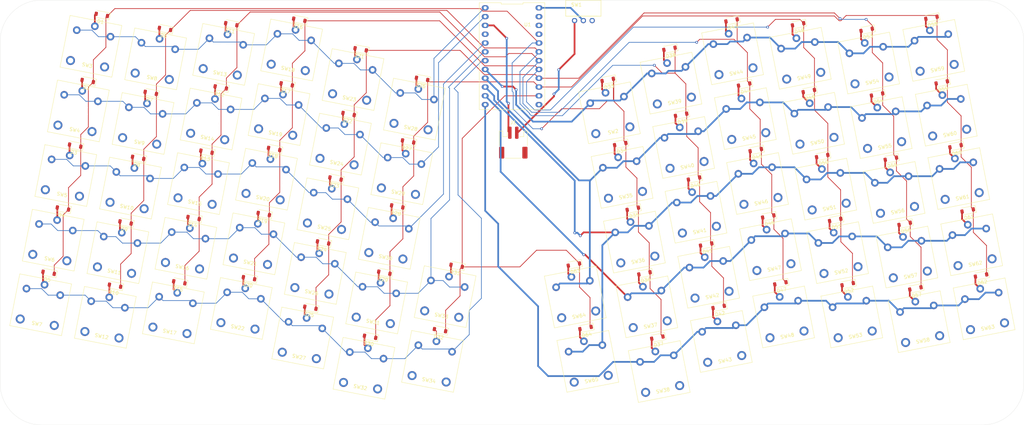
<source format=kicad_pcb>
(kicad_pcb (version 20221018) (generator pcbnew)
  (layers (0 "F.Cu" signal) (31 "B.Cu" signal) (34 "B.Paste" user) (35 "F.Paste" user) (36 "B.SilkS" user "B.Silkscreen") (37 "F.SilkS" user "F.Silkscreen") (38 "B.Mask" user) (39 "F.Mask" user) (44 "Edge.Cuts" user))
  (net 0 "")
  (net 1 "Net-(D1-A)")
  (net 2 "Net-(D2-A)")
  (net 3 "Net-(D3-A)")
  (net 4 "Net-(D4-A)")
  (net 5 "Net-(D5-A)")
  (net 6 "Net-(D6-A)")
  (net 7 "Net-(D7-A)")
  (net 8 "Net-(D8-A)")
  (net 9 "Net-(D9-A)")
  (net 10 "Net-(D10-A)")
  (net 11 "Net-(D11-A)")
  (net 12 "Net-(D12-A)")
  (net 13 "Net-(D13-A)")
  (net 14 "Net-(D14-A)")
  (net 15 "Net-(D15-A)")
  (net 16 "Net-(D16-A)")
  (net 17 "Net-(D17-A)")
  (net 18 "Net-(D18-A)")
  (net 19 "Net-(D19-A)")
  (net 20 "Net-(D20-A)")
  (net 21 "Net-(D21-A)")
  (net 22 "Net-(D22-A)")
  (net 23 "Net-(D23-A)")
  (net 24 "Net-(D24-A)")
  (net 25 "Net-(D25-A)")
  (net 26 "Net-(D26-A)")
  (net 27 "Net-(D27-A)")
  (net 28 "Net-(D28-A)")
  (net 29 "Net-(D29-A)")
  (net 30 "Net-(D30-A)")
  (net 31 "Net-(D31-A)")
  (net 32 "Net-(D33-A)")
  (net 33 "GND")
  (net 34 "/VBAT")
  (net 36 "Net-(D34-A)")
  (net 37 "/L_column1")
  (net 38 "/L_column2")
  (net 39 "/L_column3")
  (net 40 "/L_column4")
  (net 41 "/L_column5")
  (net 42 "/L_column6")
  (net 43 "/L_column7")
  (net 44 "/L_Row1")
  (net 45 "/L_Row2")
  (net 46 "/L_Row3")
  (net 47 "/L_Row4")
  (net 48 "/L_Row5")
  (net 49 "Net-(D35-A)")
  (net 50 "Net-(D36-A)")
  (net 51 "Net-(D37-A)")
  (net 56 "Net-(D38-A)")
  (net 57 "Net-(D39-A)")
  (net 58 "Net-(D40-A)")
  (net 59 "Net-(D41-A)")
  (net 60 "Net-(D42-A)")
  (net 61 "Net-(D43-A)")
  (net 62 "Net-(D44-A)")
  (net 63 "Net-(D45-A)")
  (net 64 "Net-(D46-A)")
  (net 65 "Net-(D47-A)")
  (net 66 "Net-(D48-A)")
  (net 67 "Net-(D49-A)")
  (net 68 "Net-(D50-A)")
  (net 69 "Net-(D51-A)")
  (net 70 "Net-(D52-A)")
  (net 71 "Net-(D53-A)")
  (net 72 "Net-(D54-A)")
  (net 73 "Net-(D55-A)")
  (net 74 "Net-(D56-A)")
  (net 75 "Net-(D57-A)")
  (net 76 "Net-(D58-A)")
  (net 77 "Net-(D59-A)")
  (net 78 "Net-(D60-A)")
  (net 79 "Net-(D61-A)")
  (net 80 "Net-(D62-A)")
  (net 81 "Net-(D63-A)")
  (net 82 "Net-(D64-A)")
  (net 83 "/L_Row6")
  (net 84 "/L_Row7")
  (net 85 "/L_Row8")
  (net 86 "/L_Row9")
  (net 87 "/L_Row10")
  (net 89 "Net-(J1-Pin_2)")
  (net 90 "Net-(D32-A)")
  (footprint "Diode_SMD:D_SOD-123" (layer "F.Cu") (at 95.545549 63.964635 169)
    (fp_text reference "D1")
    (fp_text value "D0")
  )
  (footprint "Diode_SMD:D_SOD-123" (layer "F.Cu") (at 91.481204 83.039582 169)
    (fp_text reference "D2")
    (fp_text value "D0")
  )
  (footprint "Diode_SMD:D_SOD-123" (layer "F.Cu") (at 87.855833 101.690498 169)
    (fp_text reference "D3")
    (fp_text value "D0")
  )
  (footprint "Diode_SMD:D_SOD-123" (layer "F.Cu") (at 84.325866 119.850601 169)
    (fp_text reference "D4")
    (fp_text value "D0")
  )
  (footprint "Diode_SMD:D_SOD-123" (layer "F.Cu") (at 80.209682 138.406113 169)
    (fp_text reference "D5")
    (fp_text value "D0")
  )
  (footprint "Diode_SMD:D_SOD-123" (layer "F.Cu") (at 113.757491 68.014036 169)
    (fp_text reference "D6")
    (fp_text value "D0")
  )
  (footprint "Diode_SMD:D_SOD-123" (layer "F.Cu") (at 109.660387 86.471385 169)
    (fp_text reference "D7")
    (fp_text value "D0")
  )
  (footprint "Diode_SMD:D_SOD-123" (layer "F.Cu") (at 106.015936 105.220465 169)
    (fp_text reference "D8")
    (fp_text value "D0")
  )
  (footprint "Diode_SMD:D_SOD-123" (layer "F.Cu") (at 102.390565 123.871381 169)
    (fp_text reference "D9")
    (fp_text value "D0")
  )
  (footprint "Diode_SMD:D_SOD-123" (layer "F.Cu") (at 99.351412 142.126889 169)
    (fp_text reference "D10")
    (fp_text value "D0")
  )
  (footprint "Diode_SMD:D_SOD-123" (layer "F.Cu") (at 132.871639 66.635867 169)
    (fp_text reference "D11")
    (fp_text value "D0")
  )
  (footprint "Diode_SMD:D_SOD-123" (layer "F.Cu") (at 129.832486 84.891374 169)
    (fp_text reference "D12")
    (fp_text value "D0")
  )
  (footprint "Diode_SMD:D_SOD-123" (layer "F.Cu") (at 125.716302 103.446886 169)
    (fp_text reference "D13")
    (fp_text value "D0")
  )
  (footprint "Diode_SMD:D_SOD-123" (layer "F.Cu") (at 121.995526 122.588616 169)
    (fp_text reference "D14")
    (fp_text value "D0")
  )
  (footprint "Diode_SMD:D_SOD-123" (layer "F.Cu") (at 117.879342 141.144128 169)
    (fp_text reference "D15")
    (fp_text value "D0")
  )
  (footprint "Diode_SMD:D_SOD-123" (layer "F.Cu") (at 152.4766 65.353102 169)
    (fp_text reference "D16")
    (fp_text value "D0")
  )
  (footprint "Diode_SMD:D_SOD-123" (layer "F.Cu") (at 148.851229 84.004018 169)
    (fp_text reference "D17")
    (fp_text value "D0")
  )
  (footprint "Diode_SMD:D_SOD-123" (layer "F.Cu") (at 145.225859 102.654935 169)
    (fp_text reference "D18")
    (fp_text value "D0")
  )
  (footprint "Diode_SMD:D_SOD-123" (layer "F.Cu") (at 142.238545 121.429877 169)
    (fp_text reference "D19")
    (fp_text value "D0")
  )
  (footprint "Diode_SMD:D_SOD-123" (layer "F.Cu") (at 137.975117 139.956768 169)
    (fp_text reference "D20")
    (fp_text value "D0")
  )
  (footprint "Diode_SMD:D_SOD-123" (layer "F.Cu") (at 170.173472 73.886608 169)
    (fp_text reference "D21")
    (fp_text value "D0")
  )
  (footprint "Diode_SMD:D_SOD-123" (layer "F.Cu") (at 166.695345 92.566146 169)
    (fp_text reference "D22")
    (fp_text value "D0")
  )
  (footprint "Diode_SMD:D_SOD-123" (layer "F.Cu") (at 162.92273 111.188441 169)
    (fp_text reference "D23")
    (fp_text value "D0")
  )
  (footprint "Diode_SMD:D_SOD-123" (layer "F.Cu") (at 159.335521 129.643033 169)
    (fp_text reference "D24")
    (fp_text value "D0")
  )
  (footprint "Diode_SMD:D_SOD-123" (layer "F.Cu") (at 155.671988 148.490274 169)
    (fp_text reference "D25")
    (fp_text value "D0")
  )
  (footprint "Diode_SMD:D_SOD-123" (layer "F.Cu") (at 187.870343 82.420115 169)
    (fp_text reference "D26")
    (fp_text value "D0")
  )
  (footprint "Diode_SMD:D_SOD-123" (layer "F.Cu") (at 183.849563 100.484814 169)
    (fp_text reference "D27")
    (fp_text value "D0")
  )
  (footprint "Diode_SMD:D_SOD-123" (layer "F.Cu") (at 180.715006 119.231135 169)
    (fp_text reference "D28")
    (fp_text value "D0")
  )
  (footprint "Diode_SMD:D_SOD-123" (layer "F.Cu") (at 176.994231 138.372865 169)
    (fp_text reference "D29")
    (fp_text value "D0")
  )
  (footprint "Diode_SMD:D_SOD-123" (layer "F.Cu") (at 172.887587 156.879295 169)
    (fp_text reference "D30")
    (fp_text value "D0")
  )
  (footprint "Diode_SMD:D_SOD-123" (layer "F.Cu") (at 197.83094 136.387214 169)
    (fp_text reference "D31")
    (fp_text value "D0")
  )
  (footprint "Diode_SMD:D_SOD-123" (layer "F.Cu") (at 193.048076 154.965945 169)
    (fp_text reference "D32")
    (fp_text value "D0")
  )
  (footprint "keyswitch:EQZ1K2-switch" (layer "F.Cu") (at 234.629 62.0465 180)
    (fp_text reference "SW1")
    (fp_text value "SW_SPDT")
  )
  (footprint "PCM_Switch_Keyboard_Kailh:SW_Kailh_Choc_V1V2_double" (layer "F.Cu") (at 92.407666 73.032501 -11)
    (fp_text reference "SW3")
    (fp_text value "SW_SPST")
  )
  (footprint "PCM_Switch_Keyboard_Kailh:SW_Kailh_Choc_V1V2_double" (layer "F.Cu") (at 88.782295 91.683417 -11)
    (fp_text reference "SW4")
    (fp_text value "SW_SPST")
  )
  (footprint "PCM_Switch_Keyboard_Kailh:SW_Kailh_Choc_V1V2_double" (layer "F.Cu") (at 85.156925 110.334334 -11)
    (fp_text reference "SW5")
    (fp_text value "SW_SPST")
  )
  (footprint "PCM_Switch_Keyboard_Kailh:SW_Kailh_Choc_V1V2_double" (layer "F.Cu") (at 81.531554 128.98525 -11)
    (fp_text reference "SW6")
    (fp_text value "SW_SPST")
  )
  (footprint "PCM_Switch_Keyboard_Kailh:SW_Kailh_Choc_V1V2_double" (layer "F.Cu") (at 77.906183 147.636167 -11)
    (fp_text reference "SW7")
    (fp_text value "SW_SPST")
  )
  (footprint "PCM_Switch_Keyboard_Kailh:SW_Kailh_Choc_V1V2_double" (layer "F.Cu") (at 111.058583 76.657872 -11)
    (fp_text reference "SW8")
    (fp_text value "SW_SPST")
  )
  (footprint "PCM_Switch_Keyboard_Kailh:SW_Kailh_Choc_V1V2_double" (layer "F.Cu") (at 107.433212 95.308788 -11)
    (fp_text reference "SW9")
    (fp_text value "SW_SPST")
  )
  (footprint "PCM_Switch_Keyboard_Kailh:SW_Kailh_Choc_V1V2_double" (layer "F.Cu") (at 103.807841 113.959705 -11)
    (fp_text reference "SW10")
    (fp_text value "SW_SPST")
  )
  (footprint "PCM_Switch_Keyboard_Kailh:SW_Kailh_Choc_V1V2_double" (layer "F.Cu") (at 100.18247 132.610621 -11)
    (fp_text reference "SW11")
    (fp_text value "SW_SPST")
  )
  (footprint "PCM_Switch_Keyboard_Kailh:SW_Kailh_Choc_V1V2_double" (layer "F.Cu") (at 96.557099 151.261538 -11)
    (fp_text reference "SW12")
    (fp_text value "SW_SPST")
  )
  (footprint "PCM_Switch_Keyboard_Kailh:SW_Kailh_Choc_V1V2_double" (layer "F.Cu") (at 130.663544 75.375107 -11)
    (fp_text reference "SW13")
    (fp_text value "SW_SPST")
  )
  (footprint "PCM_Switch_Keyboard_Kailh:SW_Kailh_Choc_V1V2_double" (layer "F.Cu") (at 127.038173 94.026023 -11)
    (fp_text reference "SW14")
    (fp_text value "SW_SPST")
  )
  (footprint "PCM_Switch_Keyboard_Kailh:SW_Kailh_Choc_V1V2_double" (layer "F.Cu") (at 123.412803 112.67694 -11)
    (fp_text reference "SW15")
    (fp_text value "SW_SPST")
  )
  (footprint "PCM_Switch_Keyboard_Kailh:SW_Kailh_Choc_V1V2_double" (layer "F.Cu") (at 119.787432 131.327856 -11)
    (fp_text reference "SW16")
    (fp_text value "SW_SPST")
  )
  (footprint "PCM_Switch_Keyboard_Kailh:SW_Kailh_Choc_V1V2_double" (layer "F.Cu") (at 116.162061 149.978773 -11)
    (fp_text reference "SW17")
    (fp_text value "SW_SPST")
  )
  (footprint "PCM_Switch_Keyboard_Kailh:SW_Kailh_Choc_V1V2_double" (layer "F.Cu") (at 150.268506 74.092342 -11)
    (fp_text reference "SW18")
    (fp_text value "SW_SPST")
  )
  (footprint "PCM_Switch_Keyboard_Kailh:SW_Kailh_Choc_V1V2_double" (layer "F.Cu") (at 146.643135 92.743258 -11)
    (fp_text reference "SW19")
    (fp_text value "SW_SPST")
  )
  (footprint "PCM_Switch_Keyboard_Kailh:SW_Kailh_Choc_V1V2_double" (layer "F.Cu") (at 143.017764 111.394175 -11)
    (fp_text reference "SW20")
    (fp_text value "SW_SPST")
  )
  (footprint "PCM_Switch_Keyboard_Kailh:SW_Kailh_Choc_V1V2_double" (layer "F.Cu") (at 139.392393 130.045091 -11)
    (fp_text reference "SW21")
    (fp_text value "SW_SPST")
  )
  (footprint "PCM_Switch_Keyboard_Kailh:SW_Kailh_Choc_V1V2_double" (layer "F.Cu") (at 135.767022 148.696008 -11)
    (fp_text reference "SW22")
    (fp_text value "SW_SPST")
  )
  (footprint "PCM_Switch_Keyboard_Kailh:SW_Kailh_Choc_V1V2_double" (layer "F.Cu") (at 167.965377 82.625849 -11)
    (fp_text reference "SW23")
    (fp_text value "SW_SPST")
  )
  (footprint "PCM_Switch_Keyboard_Kailh:SW_Kailh_Choc_V1V2_double" (layer "F.Cu") (at 164.340006 101.276765 -11)
    (fp_text reference "SW24")
    (fp_text value "SW_SPST")
  )
  (footprint "PCM_Switch_Keyboard_Kailh:SW_Kailh_Choc_V1V2_double" (layer "F.Cu") (at 160.714635 119.927682 -11)
    (fp_text reference "SW25")
    (fp_text value "SW_SPST")
  )
  (footprint "PCM_Switch_Keyboard_Kailh:SW_Kailh_Choc_V1V2_double" (layer "F.Cu") (at 157.089265 138.578598 -11)
    (fp_text reference "SW26")
    (fp_text value "SW_SPST")
  )
  (footprint "PCM_Switch_Keyboard_Kailh:SW_Kailh_Choc_V1V2_double" (layer "F.Cu") (at 153.463894 157.229515 -11)
    (fp_text reference "SW27")
    (fp_text value "SW_SPST")
  )
  (footprint "PCM_Switch_Keyboard_Kailh:SW_Kailh_Choc_V1V2_double" (layer "F.Cu") (at 185.662249 91.159355 -11)
    (fp_text reference "SW28")
    (fp_text value "SW_SPST")
  )
  (footprint "PCM_Switch_Keyboard_Kailh:SW_Kailh_Choc_V1V2_double" (layer "F.Cu") (at 182.036878 109.810272 -11)
    (fp_text reference "SW29")
    (fp_text value "SW_SPST")
  )
  (footprint "PCM_Switch_Keyboard_Kailh:SW_Kailh_Choc_V1V2_double" (layer "F.Cu") (at 178.411507 128.461188 -11)
    (fp_text reference "SW30")
    (fp_text value "SW_SPST")
  )
  (footprint "PCM_Switch_Keyboard_Kailh:SW_Kailh_Choc_V1V2_double" (layer "F.Cu") (at 174.786136 147.112105 -11)
    (fp_text reference "SW31")
    (fp_text value "SW_SPST")
  )
  (footprint "PCM_Switch_Keyboard_Kailh:SW_Kailh_Choc_V1V2_double" (layer "F.Cu") (at 171.122604 165.959347 -11)
    (fp_text reference "SW32")
    (fp_text value "SW_SPST")
  )
  (footprint "PCM_Switch_Keyboard_Kailh:SW_Kailh_Choc_V1V2_double" (layer "F.Cu") (at 194.520583 145.294215 -11)
    (fp_text reference "SW33")
    (fp_text value "SW_SPST")
  )
  (footprint "PCM_Switch_Keyboard_Kailh:SW_Kailh_Choc_V1V2_double" (layer "F.Cu") (at 190.890442 163.969672 -11)
    (fp_text reference "SW34")
    (fp_text value "SW_SPST")
  )
  (footprint "Package_DIP:nice!nano" (layer "F.Cu") (at 213.825 75.89 -90)
    (fp_text reference "U1")
    (fp_text value "nice!nano")
  )
  (footprint "Connector_JST:JST_PH_S2B-PH-SM4-TB_1x02-1MP_P2.00mm_Horizontal" (layer "F.Cu") (at 214.175 100.825)
    (fp_text reference "J1")
    (fp_text value "Conn_01x02_Female")
  )
  (footprint "Diode_SMD:D_SOD-123" (layer "F.Cu") (at 296.280315 66.664835 -169)
    (fp_text reference "D48")
    (fp_text value "D0")
  )
  (footprint "Diode_SMD:D_SOD-123" (layer "F.Cu") (at 259.205315 73.739835 -169)
    (fp_text reference "D38")
    (fp_text value "D0")
  )
  (footprint "Diode_SMD:D_SOD-123" (layer "F.Cu") (at 345.180315 120.414835 -169)
    (fp_text reference "D61")
    (fp_text value "D0")
  )
  (footprint "Diode_SMD:D_SOD-123" (layer "F.Cu") (at 306.980315 123.139835 -169)
    (fp_text reference "D51")
    (fp_text value "D0")
  )
  (footprint "Diode_SMD:D_SOD-123" (layer "F.Cu") (at 241.405315 82.714835 -169)
    (fp_text reference "D33")
    (fp_text value "D0")
  )
  (footprint "PCM_Switch_Keyboard_Kailh:SW_Kailh_Choc_V1V2_double" (layer "F.Cu") (at 249.093178 129.538827 11)
    (fp_text reference "SW36")
    (fp_text value "SW_SPST")
  )
  (footprint "PCM_Switch_Keyboard_Kailh:SW_Kailh_Choc_V1V2_double" (layer "F.Cu") (at 304.26568 114.255622 11)
    (fp_text reference "SW51")
    (fp_text value "SW_SPST")
  )
  (footprint "Diode_SMD:D_SOD-123" (layer "F.Cu") (at 231.65 136.025 -169)
    (fp_text reference "D63")
    (fp_text value "D0")
  )
  (footprint "PCM_Switch_Keyboard_Kailh:SW_Kailh_Choc_V1V2_double" (layer "F.Cu") (at 241.891518 92.227453 11)
    (fp_text reference "SW2")
    (fp_text value "SW_SPST")
  )
  (footprint "PCM_Switch_Keyboard_Kailh:SW_Kailh_Choc_V1V2_double" (layer "F.Cu") (at 300.750081 95.252285 11)
    (fp_text reference "SW50")
    (fp_text value "SW_SPST")
  )
  (footprint "Diode_SMD:D_SOD-123" (layer "F.Cu") (at 269.780315 130.239835 -169)
    (fp_text reference "D41")
    (fp_text value "D0")
  )
  (footprint "PCM_Switch_Keyboard_Kailh:SW_Kailh_Choc_V1V2_double" (layer "F.Cu") (at 263.292842 102.227619 11)
    (fp_text reference "SW40")
    (fp_text value "SW_SPST")
  )
  (footprint "PCM_Switch_Keyboard_Kailh:SW_Kailh_Choc_V1V2_double" (layer "F.Cu") (at 331.211384 152.51711 11)
    (fp_text reference "SW58")
    (fp_text value "SW_SPST")
  )
  (footprint "Diode_SMD:D_SOD-123" (layer "F.Cu") (at 341.680315 101.864835 -169)
    (fp_text reference "D60")
    (fp_text value "D0")
  )
  (footprint "PCM_Switch_Keyboard_Kailh:SW_Kailh_Choc_V1V2_double" (layer "F.Cu") (at 307.677023 132.59159 11)
    (fp_text reference "SW52")
    (fp_text value "SW_SPST")
  )
  (footprint "PCM_Switch_Keyboard_Kailh:SW_Kailh_Choc_V1V2_double" (layer "F.Cu") (at 311.768667 151.151872 11)
    (fp_text reference "SW53")
    (fp_text value "SW_SPST")
  )
  (footprint "PCM_Switch_Keyboard_Kailh:SW_Kailh_Choc_V1V2_double" (layer "F.Cu") (at 323.960643 115.215277 11)
    (fp_text reference "SW56")
    (fp_text value "SW_SPST")
  )
  (footprint "PCM_Switch_Keyboard_Kailh:SW_Kailh_Choc_V1V2_double" (layer "F.Cu") (at 349.921612 148.803806 11)
    (fp_text reference "SW63")
    (fp_text value "SW_SPST")
  )
  (footprint "PCM_Switch_Keyboard_Kailh:SW_Kailh_Choc_V1V2_double" (layer "F.Cu") (at 274.153955 158.23422 11)
    (fp_text reference "SW43")
    (fp_text value "SW_SPST")
  )
  (footprint "Diode_SMD:D_SOD-123" (layer "F.Cu") (at 303.230315 104.714835 -169)
    (fp_text reference "D50")
    (fp_text value "D0")
  )
  (footprint "PCM_Switch_Keyboard_Kailh:SW_Kailh_Choc_V1V2_double" (layer "F.Cu") (at 281.081727 93.905438 11)
    (fp_text reference "SW45")
    (fp_text value "SW_SPST")
  )
  (footprint "Diode_SMD:D_SOD-123" (layer "F.Cu") (at 280.730315 84.064835 -169)
    (fp_text reference "D44")
    (fp_text value "D0")
  )
  (footprint "PCM_Switch_Keyboard_Kailh:SW_Kailh_Choc_V1V2_double" (layer "F.Cu") (at 245.54143 110.873599 11)
    (fp_text reference "SW35")
    (fp_text value "SW_SPST")
  )
  (footprint "Diode_SMD:D_SOD-123" (layer "F.Cu") (at 337.705315 83.439835 -169)
    (fp_text reference "D59")
    (fp_text value "D0")
  )
  (footprint "Diode_SMD:D_SOD-123" (layer "F.Cu") (at 266.280315 111.189835 -169)
    (fp_text reference "D40")
    (fp_text value "D0")
  )
  (footprint "Diode_SMD:D_SOD-123" (layer "F.Cu") (at 330.105315 142.914835 -169)
    (fp_text reference "D57")
    (fp_text value "D0")
  )
  (footprint "Diode_SMD:D_SOD-123" (layer "F.Cu") (at 251.994685 138.560165 -169)
    (fp_text reference "D36")
    (fp_text value "D0")
  )
  (footprint "Diode_SMD:D_SOD-123" (layer "F.Cu") (at 299.380315 85.939835 -169)
    (fp_text reference "D49")
    (fp_text value "D0")
  )
  (footprint "PCM_Switch_Keyboard_Kailh:SW_Kailh_Choc_V1V2_double" (layer "F.Cu") (at 339.005959 92.909679 11)
    (fp_text reference "SW60")
    (fp_text value "SW_SPST")
  )
  (footprint "Diode_SMD:D_SOD-123" (layer "F.Cu") (at 291.180315 141.439835 -169)
    (fp_text reference "D47")
    (fp_text value "D0")
  )
  (footprint "PCM_Switch_Keyboard_Kailh:SW_Kailh_Choc_V1V2_double" (layer "F.Cu") (at 320.247339 96.505049 11)
    (fp_text reference "SW55")
    (fp_text value "SW_SPST")
  )
  (footprint "Diode_SMD:D_SOD-123" (layer "F.Cu") (at 277.105315 65.539835 -169)
    (fp_text reference "D43")
    (fp_text value "D0")
  )
  (footprint "PCM_Switch_Keyboard_Kailh:SW_Kailh_Choc_V1V2_double" (layer "F.Cu") (at 346.329633 130.324675 11)
    (fp_text reference "SW62")
    (fp_text value "SW_SPST")
  )
  (footprint "PCM_Switch_Keyboard_Kailh:SW_Kailh_Choc_V1V2_double" (layer "F.Cu") (at 266.849361 120.917387 11)
    (fp_text reference "SW41")
    (fp_text value "SW_SPST")
  )
  (footprint "Diode_SMD:D_SOD-123" (layer "F.Cu") (at 319.055315 86.939835 -169)
    (fp_text reference "D54")
    (fp_text value "D0")
  )
  (footprint "PCM_Switch_Keyboard_Kailh:SW_Kailh_Choc_V1V2_double" (layer "F.Cu") (at 252.674238 148.223824 11)
    (fp_text reference "SW37")
    (fp_text value "SW_SPST")
  )
  (footprint "Diode_SMD:D_SOD-123" (layer "F.Cu") (at 245.005315 101.239835 -169)
    (fp_text reference "D34")
    (fp_text value "D0")
  )
  (footprint "Diode_SMD:D_SOD-123" (layer "F.Cu") (at 262.555315 92.789835 -169)
    (fp_text reference "D39")
    (fp_text value "D0")
  )
  (footprint "PCM_Switch_Keyboard_Kailh:SW_Kailh_Choc_V1V2_double" (layer "F.Cu") (at 342.613628 111.207485 11)
    (fp_text reference "SW61")
    (fp_text value "SW_SPST")
  )
  (footprint "Diode_SMD:D_SOD-123" (layer "F.Cu") (at 248.630315 119.914835 -169)
    (fp_text reference "D35")
    (fp_text value "D0")
  )
  (footprint "Diode_SMD:D_SOD-123" (layer "F.Cu") (at 273.380315 148.264835 -169)
    (fp_text reference "D42")
    (fp_text value "D0")
  )
  (footprint "PCM_Switch_Keyboard_Kailh:SW_Kailh_Choc_V1V2_double" (layer "F.Cu") (at 259.632701 83.659865 11)
    (fp_text reference "SW39")
    (fp_text value "SW_SPST")
  )
  (footprint "PCM_Switch_Keyboard_Kailh:SW_Kailh_Choc_V1V2_double" (layer "F.Cu") (at 232.052992 145.381319 11)
    (fp_text reference "SW64")
    (fp_text value "SW_SPST")
  )
  (footprint "Diode_SMD:D_SOD-123" (layer "F.Cu") (at 287.680315 122.139835 -169)
    (fp_text reference "D46")
    (fp_text value "D0")
  )
  (footprint "PCM_Switch_Keyboard_Kailh:SW_Kailh_Choc_V1V2_double" (layer "F.Cu") (at 288.334481 131.741706 11)
    (fp_text reference "SW47")
    (fp_text value "SW_SPST")
  )
  (footprint "Diode_SMD:D_SOD-123" (layer "F.Cu") (at 310.580315 141.689835 -169)
    (fp_text reference "D52")
    (fp_text value "D0")
  )
  (footprint "PCM_Switch_Keyboard_Kailh:SW_Kailh_Choc_V1V2_double" (layer "F.Cu") (at 277.392964 75.19044 11)
    (fp_text reference "SW44")
    (fp_text value "SW_SPST")
  )
  (footprint "Diode_SMD:D_SOD-123" (layer "F.Cu") (at 327.005315 124.264835 -169)
    (fp_text reference "D56")
    (fp_text value "D0")
  )
  (footprint "PCM_Switch_Keyboard_Kailh:SW_Kailh_Choc_V1V2_double" (layer "F.Cu") (at 296.924304 76.487516 11)
    (fp_text reference "SW49")
    (fp_text value "SW_SPST")
  )
  (footprint "Diode_SMD:D_SOD-123" (layer "F.Cu") (at 284.080315 102.989835 -169)
    (fp_text reference "D45")
    (fp_text value "D0")
  )
  (footprint "PCM_Switch_Keyboard_Kailh:SW_Kailh_Choc_V1V2_double" (layer "F.Cu") (at 335.395588 74.204911 11)
    (fp_text reference "SW59")
    (fp_text value "SW_SPST")
  )
  (footprint "Diode_SMD:D_SOD-123" (layer "F.Cu") (at 323.030315 105.464835 -169)
    (fp_text reference "D55")
    (fp_text value "D0")
  )
  (footprint "PCM_Switch_Keyboard_Kailh:SW_Kailh_Choc_V1V2_double" (layer "F.Cu") (at 235.664052 163.958613 11)
    (fp_text reference "SW65")
    (fp_text value "SW_SPST")
  )
  (footprint "PCM_Switch_Keyboard_Kailh:SW_Kailh_Choc_V1V2_double" (layer "F.Cu") (at 292.107729 151.153384 11)
    (fp_text reference "SW48")
    (fp_text value "SW_SPST")
  )
  (footprint "PCM_Switch_Keyboard_Kailh:SW_Kailh_Choc_V1V2_double" (layer "F.Cu") (at 327.659635 133.851883 11)
    (fp_text reference "SW57")
    (fp_text value "SW_SPST")
  )
  (footprint "Diode_SMD:D_SOD-123" (layer "F.Cu") (at 334.730315 64.789835 -169)
    (fp_text reference "D58")
    (fp_text value "D0")
  )
  (footprint "Diode_SMD:D_SOD-123" (layer "F.Cu") (at 255.705315 157.114835 -169)
    (fp_text reference "D37")
    (fp_text value "D0")
  )
  (footprint "PCM_Switch_Keyboard_Kailh:SW_Kailh_Choc_V1V2_double" (layer "F.Cu") (at 284.593935 112.629287 11)
    (fp_text reference "SW46")
    (fp_text value "SW_SPST")
  )
  (footprint "Diode_SMD:D_SOD-123" (layer "F.Cu") (at 349.030315 139.189835 -169)
    (fp_text reference "D62")
    (fp_text value "D0")
  )
  (footprint "PCM_Switch_Keyboard_Kailh:SW_Kailh_Choc_V1V2_double" (layer "F.Cu") (at 316.621968 77.854133 11)
    (fp_text reference "SW54")
    (fp_text value "SW_SPST")
  )
  (footprint "PCM_Switch_Keyboard_Kailh:SW_Kailh_Choc_V1V2_double" (layer "F.Cu") (at 256.255298 166.908822 11)
    (fp_text reference "SW38")
    (fp_text value "SW_SPST")
  )
  (footprint "Diode_SMD:D_SOD-123" (layer "F.Cu") (at 235.005315 154.339835 -169)
    (fp_text reference "D64")
    (fp_text value "D0")
  )
  (footprint "PCM_Switch_Keyboard_Kailh:SW_Kailh_Choc_V1V2_double" (layer "F.Cu") (at 270.498583 139.691007 11)
    (fp_text reference "SW42")
    (fp_text value "SW_SPST")
  )
  (footprint "Diode_SMD:D_SOD-123" (layer "F.Cu") (at 316.055315 68.264835 -169)
    (fp_text reference "D53")
    (fp_text value "D0")
  )
  (gr_line (start 349.389719 182.314719) (end 78.214719 182.314719) (stroke (width 0.05)) (layer "Edge.Cuts"))
  (gr_arc (start 349.389719 59.689719) (mid 357.875 63.204438) (end 361.389719 71.689719) (stroke (width 0.05)) (layer "Edge.Cuts"))
  (gr_line (start 78.214719 59.689719) (end 349.389719 59.689719) (stroke (width 0.05)) (layer "Edge.Cuts"))
  (gr_arc (start 78.214719 182.314719) (mid 69.729438 178.8) (end 66.214719 170.314719) (stroke (width 0.05)) (layer "Edge.Cuts"))
  (gr_line (start 66.214719 170.314719) (end 66.214719 71.689719) (stroke (width 0.05)) (layer "Edge.Cuts"))
  (gr_line (start 361.389719 71.689719) (end 361.389719 170.314719) (stroke (width 0.05)) (layer "Edge.Cuts"))
  (gr_arc (start 361.389719 170.314719) (mid 357.875 178.8) (end 349.389719 182.314719) (stroke (width 0.05)) (layer "Edge.Cuts"))
  (gr_arc (start 66.214719 71.689719) (mid 69.729438 63.204438) (end 78.214719 59.689719) (stroke (width 0.05)) (layer "Edge.Cuts"))
  (segment (start 93.533439 67.240901) (end 93.533439 64.042225) (width 0.5) (layer "F.Cu") (net 1))
  (segment (start 93.533439 64.042225) (end 93.925864 63.6498) (width 0.5) (layer "F.Cu") (net 1))
  (segment (start 89.861519 85.845268) (end 89.908068 85.891817) (width 0.5) (layer "F.Cu") (net 2))
  (segment (start 89.861519 82.724747) (end 89.861519 85.845268) (width 0.5) (layer "F.Cu") (net 2))
  (segment (start 86.236148 101.375663) (end 86.236148 104.496184) (width 0.5) (layer "F.Cu") (net 3))
  (segment (start 86.236148 104.496184) (end 86.282698 104.542734) (width 0.5) (layer "F.Cu") (net 3))
  (segment (start 82.706181 123.144796) (end 82.657327 123.19365) (width 0.5) (layer "F.Cu") (net 4))
  (segment (start 82.706181 119.535766) (end 82.706181 123.144796) (width 0.5) (layer "F.Cu") (net 4))
  (segment (start 78.589997 141.402608) (end 79.031956 141.844567) (width 0.5) (layer "F.Cu") (net 5))
  (segment (start 78.589997 138.091278) (end 78.589997 141.402608) (width 0.5) (layer "F.Cu") (net 5))
  (segment (start 112.137806 70.819722) (end 112.184356 70.866272) (width 0.5) (layer "F.Cu") (net 6))
  (segment (start 112.137806 67.699201) (end 112.137806 70.819722) (width 0.5) (layer "F.Cu") (net 6))
  (segment (start 108.040702 88.998905) (end 108.558985 89.517188) (width 0.5) (layer "F.Cu") (net 7))
  (segment (start 108.040702 86.15655) (end 108.040702 88.998905) (width 0.5) (layer "F.Cu") (net 7))
  (segment (start 104.396251 107.630742) (end 104.933614 108.168105) (width 0.5) (layer "F.Cu") (net 8))
  (segment (start 104.396251 104.90563) (end 104.396251 107.630742) (width 0.5) (layer "F.Cu") (net 8))
  (segment (start 100.77088 126.281658) (end 101.308243 126.819021) (width 0.5) (layer "F.Cu") (net 9))
  (segment (start 100.77088 123.556546) (end 100.77088 126.281658) (width 0.5) (layer "F.Cu") (net 9))
  (segment (start 97.731727 141.812054) (end 97.731727 145.421083) (width 0.5) (layer "F.Cu") (net 10))
  (segment (start 97.731727 145.421083) (end 97.682872 145.469938) (width 0.5) (layer "F.Cu") (net 10))
  (segment (start 131.251954 66.321032) (end 131.251954 69.046144) (width 0.5) (layer "F.Cu") (net 11))
  (segment (start 131.251954 69.046144) (end 131.789317 69.583507) (width 0.5) (layer "F.Cu") (net 11))
  (segment (start 128.212801 88.185568) (end 128.163946 88.234423) (width 0.5) (layer "F.Cu") (net 12))
  (segment (start 128.212801 84.576539) (end 128.212801 88.185568) (width 0.5) (layer "F.Cu") (net 12))
  (segment (start 124.096617 103.132051) (end 124.096617 106.443381) (width 0.5) (layer "F.Cu") (net 13))
  (segment (start 124.096617 106.443381) (end 124.538576 106.88534) (width 0.5) (layer "F.Cu") (net 13))
  (segment (start 120.375841 124.998892) (end 120.913205 125.536256) (width 0.5) (layer "F.Cu") (net 14))
  (segment (start 120.375841 122.273781) (end 120.375841 124.998892) (width 0.5) (layer "F.Cu") (net 14))
  (segment (start 116.259657 143.158996) (end 117.287834 144.187173) (width 0.5) (layer "F.Cu") (net 15))
  (segment (start 116.259657 140.829293) (end 116.259657 143.158996) (width 0.5) (layer "F.Cu") (net 15))
  (segment (start 150.856915 65.038267) (end 150.856915 67.763378) (width 0.5) (layer "F.Cu") (net 16))
  (segment (start 150.856915 67.763378) (end 151.394279 68.300742) (width 0.5) (layer "F.Cu") (net 16))
  (segment (start 147.231544 86.414294) (end 147.768908 86.951658) (width 0.5) (layer "F.Cu") (net 17))
  (segment (start 147.231544 83.689183) (end 147.231544 86.414294) (width 0.5) (layer "F.Cu") (net 17))
  (segment (start 143.606174 102.3401) (end 143.606174 105.065212) (width 0.5) (layer "F.Cu") (net 18))
  (segment (start 143.606174 105.065212) (end 144.143537 105.602575) (width 0.5) (layer "F.Cu") (net 18))
  (segment (start 140.61886 121.115042) (end 140.61886 124.152797) (width 0.5) (layer "F.Cu") (net 19))
  (segment (start 140.61886 124.152797) (end 140.518166 124.253491) (width 0.5) (layer "F.Cu") (net 19))
  (segment (start 136.355432 142.367045) (end 136.892795 142.904408) (width 0.5) (layer "F.Cu") (net 20))
  (segment (start 136.355432 139.641933) (end 136.355432 142.367045) (width 0.5) (layer "F.Cu") (net 20))
  (segment (start 168.553787 73.571773) (end 168.553787 76.296886) (width 0.5) (layer "F.Cu") (net 21))
  (segment (start 168.553787 76.296886) (end 169.09115 76.834249) (width 0.5) (layer "F.Cu") (net 21))
  (segment (start 165.07566 95.095046) (end 165.465779 95.485165) (width 0.5) (layer "F.Cu") (net 22))
  (segment (start 165.07566 92.251311) (end 165.07566 95.095046) (width 0.5) (layer "F.Cu") (net 22))
  (segment (start 161.303045 113.598719) (end 161.840408 114.136082) (width 0.5) (layer "F.Cu") (net 23))
  (segment (start 161.303045 110.873606) (end 161.303045 113.598719) (width 0.5) (layer "F.Cu") (net 23))
  (segment (start 157.715836 132.287796) (end 158.215038 132.786998) (width 0.5) (layer "F.Cu") (net 24))
  (segment (start 157.715836 129.328198) (end 157.715836 132.287796) (width 0.5) (layer "F.Cu") (net 24))
  (segment (start 154.052303 150.900551) (end 154.589667 151.437915) (width 0.5) (layer "F.Cu") (net 25))
  (segment (start 154.052303 148.175439) (end 154.052303 150.900551) (width 0.5) (layer "F.Cu") (net 25))
  (segment (start 186.250658 82.10528) (end 186.250658 84.830391) (width 0.5) (layer "F.Cu") (net 26))
  (segment (start 186.250658 84.830391) (end 186.788022 85.367755) (width 0.5) (layer "F.Cu") (net 26))
  (segment (start 182.229878 103.085899) (end 183.162651 104.018672) (width 0.5) (layer "F.Cu") (net 27))
  (segment (start 182.229878 100.169979) (end 182.229878 103.085899) (width 0.5) (layer "F.Cu") (net 27))
  (segment (start 179.095321 118.9163) (end 179.095321 122.227629) (width 0.5) (layer "F.Cu") (net 28))
  (segment (start 179.095321 122.227629) (end 179.53728 122.669588) (width 0.5) (layer "F.Cu") (net 28))
  (segment (start 175.374546 138.05803) (end 175.374546 140.783142) (width 0.5) (layer "F.Cu") (net 29))
  (segment (start 175.374546 140.783142) (end 175.911909 141.320505) (width 0.5) (layer "F.Cu") (net 29))
  (segment (start 171.267902 159.187272) (end 172.248377 160.167747) (width 0.5) (layer "F.Cu") (net 30))
  (segment (start 171.267902 156.56446) (end 171.267902 159.187272) (width 0.5) (layer "F.Cu") (net 30))
  (segment (start 196.211255 138.937716) (end 195.646356 139.502615) (width 0.5) (layer "F.Cu") (net 31))
  (segment (start 196.211255 136.072379) (end 196.211255 138.937716) (width 0.5) (layer "F.Cu") (net 31))
  (segment (start 239.78563 85.455738) (end 240.765745 86.435853) (width 0.5) (layer "F.Cu") (net 32))
  (segment (start 239.78563 83.02967) (end 239.78563 85.455738) (width 0.5) (layer "F.Cu") (net 32))
  (segment (start 212.775 97.575) (end 213.175 97.975) (width 0.5) (layer "F.Cu") (net 33))
  (segment (start 208.55 67) (end 212.275 70.725) (width 0.5) (layer "F.Cu") (net 33))
  (segment (start 212.775 89.5) (end 212.775 97.575) (width 0.5) (layer "F.Cu") (net 33))
  (segment (start 206.075 67) (end 208.55 67) (width 0.5) (layer "F.Cu") (net 33))
  (via (at 212.275 70.725) (size 0.8) (drill 0.4) (layers "F.Cu" "B.Cu") (net 33))
  (via (at 212.775 89.5) (size 0.8) (drill 0.4) (layers "F.Cu" "B.Cu") (net 33))
  (segment (start 212.275 89) (end 212.775 89.5) (width 0.5) (layer "B.Cu") (net 33))
  (segment (start 212.275 70.725) (end 212.275 89) (width 0.5) (layer "B.Cu") (net 33))
  (segment (start 221.575 61.92) (end 230.6925 61.92) (width 0.5) (layer "B.Cu") (net 34))
  (segment (start 230.6925 61.92) (end 234.375 65.6025) (width 0.5) (layer "B.Cu") (net 34))
  (segment (start 243.38563 101.55467) (end 243.38563 104.051972) (width 0.5) (layer "F.Cu") (net 36))
  (segment (start 243.38563 104.051972) (end 244.415657 105.081999) (width 0.5) (layer "F.Cu") (net 36))
  (segment (start 253.37444 129.754225) (end 253.37444 138.0054) (width 0.2) (layer "F.Cu") (net 37))
  (segment (start 243.025 88.751014) (end 246.075 91.801014) (width 0.2) (layer "F.Cu") (net 37))
  (segment (start 250.25 126.629785) (end 253.37444 129.754225) (width 0.2) (layer "F.Cu") (net 37))
  (segment (start 89.463135 102.017716) (end 89.463135 110.311865) (width 0.2) (layer "F.Cu") (net 37))
  (segment (start 81.829367 136.195633) (end 81.829367 138.720948) (width 0.2) (layer "F.Cu") (net 37))
  (segment (start 222.35 96.825) (end 228.138411 91.036589) (width 0.2) (layer "F.Cu") (net 37))
  (segment (start 246.625 107.891305) (end 249.822692 111.088997) (width 0.2) (layer "F.Cu") (net 37))
  (segment (start 239.016518 91.036589) (end 241.303107 88.75) (width 0.2) (layer "F.Cu") (net 37))
  (segment (start 97.165234 64.27947) (end 99.294704 62.15) (width 0.2) (layer "F.Cu") (net 37))
  (segment (start 228.138411 91.036589) (end 239.016518 91.036589) (width 0.2) (layer "F.Cu") (net 37))
  (segment (start 91.657295 84.798011) (end 91.657295 96.317705) (width 0.2) (layer "F.Cu") (net 37))
  (segment (start 84.406554 121.704433) (end 84.406554 133.618446) (width 0.2) (layer "F.Cu") (net 37))
  (segment (start 246.075 100.375) (end 246.625 100.925) (width 0.2) (layer "F.Cu") (net 37))
  (segment (start 99.294704 62.15) (end 204.673313 62.15) (width 0.2) (layer "F.Cu") (net 37))
  (segment (start 96.713876 73.336212) (end 93.100889 76.949199) (width 0.2) (layer "F.Cu") (net 37))
  (segment (start 257.325 156.8) (end 256.773188 156.248188) (width 0.2) (layer "F.Cu") (net 37))
  (segment (start 93.100889 76.949199) (end 93.100889 83.354417) (width 0.2) (layer "F.Cu") (net 37))
  (segment (start 253.37444 138.0054) (end 253.61437 138.24533) (width 0.2) (layer "F.Cu") (net 37))
  (segment (start 256.773188 146.123188) (end 253.61437 142.96437) (width 0.2) (layer "F.Cu") (net 37))
  (segment (start 91.657295 96.317705) (end 89.475518 98.499482) (width 0.2) (layer "F.Cu") (net 37))
  (segment (start 243.15 82.525) (end 243.025 82.4) (width 0.2) (layer "F.Cu") (net 37))
  (segment (start 84.406554 133.618446) (end 81.829367 136.195633) (width 0.2) (layer "F.Cu") (net 37))
  (segment (start 204.673313 62.15) (end 205.420313 62.897) (width 0.2) (layer "F.Cu") (net 37))
  (segment (start 246.075 91.801014) (end 246.075 100.375) (width 0.2) (layer "F.Cu") (net 37))
  (segment (start 241.303107 88.75) (end 243.15 88.75) (width 0.2) (layer "F.Cu") (net 37))
  (segment (start 246.625 100.925) (end 246.625 107.891305) (width 0.2) (layer "F.Cu") (net 37))
  (segment (start 243.025 82.4) (end 243.025 88.751014) (width 0.2) (layer "F.Cu") (net 37))
  (segment (start 256.773188 156.248188) (end 256.773188 146.123188) (width 0.2) (layer "F.Cu") (net 37))
  (segment (start 212.392 62.897) (end 221.575 72.08) (width 0.2) (layer "F.Cu") (net 37))
  (segment (start 205.420313 62.897) (end 212.392 62.897) (width 0.2) (layer "F.Cu") (net 37))
  (segment (start 96.713876 64.730828) (end 96.713876 73.336212) (width 0.2) (layer "F.Cu") (net 37))
  (segment (start 89.475518 102.005333) (end 89.463135 102.017716) (width 0.2) (layer "F.Cu") (net 37))
  (segment (start 89.475518 98.499482) (end 89.475518 102.005333) (width 0.2) (layer "F.Cu") (net 37))
  (segment (start 85.945551 113.829449) (end 85.945551 120.165436) (width 0.2) (layer "F.Cu") (net 37))
  (segment (start 253.61437 142.96437) (end 253.61437 138.24533) (width 0.2) (layer "F.Cu") (net 37))
  (segment (start 85.945551 120.165436) (end 84.406554 121.704433) (width 0.2) (layer "F.Cu") (net 37))
  (segment (start 243.15 88.75) (end 243.15 82.525) (width 0.2) (layer "F.Cu") (net 37))
  (segment (start 249.822692 119.172692) (end 250.25 119.6) (width 0.2) (layer "F.Cu") (net 37))
  (segment (start 97.165234 64.27947) (end 96.713876 64.730828) (width 0.2) (layer "F.Cu") (net 37))
  (segment (start 93.100889 83.354417) (end 91.657295 84.798011) (width 0.2) (layer "F.Cu") (net 37))
  (segment (start 89.463135 110.311865) (end 85.945551 113.829449) (width 0.2) (layer "F.Cu") (net 37))
  (segment (start 250.25 119.6) (end 250.25 126.629785) (width 0.2) (layer "F.Cu") (net 37))
  (segment (start 249.822692 111.088997) (end 249.822692 119.172692) (width 0.2) (layer "F.Cu") (net 37))
  (via (at 222.35 96.825) (size 0.8) (drill 0.4) (layers "F.Cu" "B.Cu") (net 37))
  (segment (start 214.325 91.325) (end 219.825 96.825) (width 0.2) (layer "B.Cu") (net 37))
  (segment (start 213.85 77.85) (end 213.85 85.989128) (width 0.2) (layer "B.Cu") (net 37))
  (segment (start 219.825 96.825) (end 222.35 96.825) (width 0.2) (layer "B.Cu") (net 37))
  (segment (start 214.15 91.325) (end 214.325 91.325) (width 0.2) (layer "B.Cu") (net 37))
  (segment (start 219.62 72.08) (end 213.85 77.85) (width 0.2) (layer "B.Cu") (net 37))
  (segment (start 221.575 72.08) (end 219.62 72.08) (width 0.2) (layer "B.Cu") (net 37))
  (segment (start 213.85 85.989128) (end 214.15 86.289128) (width 0.2) (layer "B.Cu") (net 37))
  (segment (start 214.15 86.289128) (end 214.15 91.325) (width 0.2) (layer "B.Cu") (net 37))
  (segment (start 260.825 80.78343) (end 260.825 80.65) (width 0.2) (layer "F.Cu") (net 38))
  (segment (start 260.823565 80.784865) (end 260.825 80.78343) (width 0.2) (layer "F.Cu") (net 38))
  (segment (start 113.933583 81.291417) (end 111.280072 83.944928) (width 0.2) (layer "F.Cu") (net 38))
  (segment (start 205.863313 73.5) (end 220.455 73.5) (width 0.2) (layer "F.Cu") (net 38))
  (segment (start 263.913963 83.875263) (end 263.913963 92.213963) (width 0.2) (layer "F.Cu") (net 38))
  (segment (start 104.01025 121.175448) (end 104.01025 124.186216) (width 0.2) (layer "F.Cu") (net 38))
  (segment (start 267.9 110.875) (end 267.9 117.902162) (width 0.2) (layer "F.Cu") (net 38))
  (segment (start 107.635621 105.5353) (end 107.635621 117.550077) (width 0.2) (layer "F.Cu") (net 38))
  (segment (start 111.280072 99.09454) (end 107.635621 102.738991) (width 0.2) (layer "F.Cu") (net 38))
  (segment (start 264.175 92.475) (end 264.175 99.043913) (width 0.2) (layer "F.Cu") (net 38))
  (segment (start 220.455 73.5) (end 221.575 74.62) (width 0.2) (layer "F.Cu") (net 38))
  (segment (start 104.01025 132.848705) (end 104.01025 124.186216) (width 0.2) (layer "F.Cu") (net 38))
  (segment (start 113.933583 69.772464) (end 113.933583 81.291417) (width 0.2) (layer "F.Cu") (net 38))
  (segment (start 260.825 80.65) (end 260.825 80.7863) (width 0.2) (layer "F.Cu") (net 38))
  (segment (start 267.475 110.45) (end 267.9 110.875) (width 0.2) (layer "F.Cu") (net 38))
  (segment (start 267.475 102.343913) (end 267.475 110.45) (width 0.2) (layer "F.Cu") (net 38))
  (segment (start 115.377176 68.328871) (end 113.933583 69.772464) (width 0.2) (layer "F.Cu") (net 38))
  (segment (start 111.280072 86.78622) (end 111.280072 99.09454) (width 0.2) (layer "F.Cu") (net 38))
  (segment (start 107.635621 102.738991) (end 107.635621 105.5353) (width 0.2) (layer "F.Cu") (net 38))
  (segment (start 274.779845 139.906405) (end 274.779845 147.729845) (width 0.2) (layer "F.Cu") (net 38))
  (segment (start 263.913963 92.213963) (end 264.175 92.475) (width 0.2) (layer "F.Cu") (net 38))
  (segment (start 271.4 136.52656) (end 274.779845 139.906405) (width 0.2) (layer "F.Cu") (net 38))
  (segment (start 264.175 99.043913) (end 267.475 102.343913) (width 0.2) (layer "F.Cu") (net 38))
  (segment (start 260.825 73.425) (end 260.825 80.65) (width 0.2) (layer "F.Cu") (net 38))
  (segment (start 274.779845 147.729845) (end 275 147.95) (width 0.2) (layer "F.Cu") (net 38))
  (segment (start 271.05 129.575) (end 271.4 129.925) (width 0.2) (layer "F.Cu") (net 38))
  (segment (start 260.825 80.7863) (end 263.913963 83.875263) (width 0.2) (layer "F.Cu") (net 38))
  (segment (start 267.9 117.902162) (end 271.05 121.052162) (width 0.2) (layer "F.Cu") (net 38))
  (segment (start 115.377176 68.328871) (end 121.031047 62.675) (width 0.2) (layer "F.Cu") (net 38))
  (segment (start 195.038313 62.675) (end 205.863313 73.5) (width 0.2) (layer "F.Cu") (net 38))
  (segment (start 121.031047 62.675) (end 195.038313 62.675) (width 0.2) (layer "F.Cu") (net 38))
  (segment (start 254.85 78.5) (end 257.134865 80.784865) (width 0.2) (layer "F.Cu") (net 38))
  (segment (start 100.971097 135.887858) (end 104.01025 132.848705) (width 0.2) (layer "F.Cu") (net 38))
  (segment (start 100.971097 142.441724) (end 100.971097 135.887858) (width 0.2) (layer "F.Cu") (net 38))
  (segment (start 271.4 129.925) (end 271.4 136.52656) (width 0.2) (layer "F.Cu") (net 38))
  (segment (start 257.134865 80.784865) (end 260.823565 80.784865) (width 0.2) (layer "F.Cu") (net 38))
  (segment (start 271.05 121.052162) (end 271.05 129.575) (width 0.2) (layer "F.Cu") (net 38))
  (segment (start 107.635621 117.550077) (end 104.01025 121.175448) (width 0.2) (layer "F.Cu") (net 38))
  (segment (start 111.280072 83.944928) (end 111.280072 86.78622) (width 0.2) (layer "F.Cu") (net 38))
  (via (at 254.85 78.5) (size 0.8) (drill 0.4) (layers "F.Cu" "B.Cu") (net 38))
  (segment (start 242.875 78.5) (end 254.85 78.5) (width 0.2) (layer "B.Cu") (net 38))
  (segment (start 216.1 80.345) (end 216.1 89.625) (width 0.2) (layer "B.Cu") (net 38))
  (segment (start 218.876501 92.401501) (end 218.876501 92.551501) (width 0.2) (layer "B.Cu") (net 38))
  (segment (start 218.876501 92.551501) (end 219.375 93.05) (width 0.2) (layer "B.Cu") (net 38))
  (segment (start 221.575 74.62) (end 221.575 74.87) (width 0.2) (layer "B.Cu") (net 38))
  (segment (start 228.325 93.05) (end 242.875 78.5) (width 0.2) (layer "B.Cu") (net 38))
  (segment (start 221.575 74.87) (end 216.1 80.345) (width 0.2) (layer "B.Cu") (net 38))
  (segment (start 219.375 93.05) (end 228.325 93.05) (width 0.2) (layer "B.Cu") (net 38))
  (segment (start 216.1 89.625) (end 218.876501 92.401501) (width 0.2) (layer "B.Cu") (net 38))
  (segment (start 288.692885 110.042885) (end 285.7 107.05) (width 0.2) (layer "F.Cu") (net 39))
  (segment (start 282.35 91.107847) (end 285.362989 94.120836) (width 0.2) (layer "F.Cu") (net 39))
  (segment (start 278.906222 72.093778) (end 281.674226 74.861781) (width 0.2) (layer "F.Cu") (net 39))
  (segment (start 277.807665 70.995221) (end 278.906222 72.093778) (width 0.2) (layer "F.Cu") (net 39))
  (segment (start 289.3 125.819834) (end 289.3 121.825) (width 0.2) (layer "F.Cu") (net 39))
  (segment (start 123.615211 116.540396) (end 123.615211 122.903451) (width 0.2) (layer "F.Cu") (net 39))
  (segment (start 134.491324 66.950702) (end 134.491324 79.179939) (width 0.2) (layer "F.Cu") (net 39))
  (segment (start 281.674226 83.074226) (end 282.35 83.75) (width 0.2) (layer "F.Cu") (net 39))
  (segment (start 129.913173 98.661827) (end 127.335987 101.239013) (width 0.2) (layer "F.Cu") (net 39))
  (segment (start 285.362989 94.120836) (end 285.362989 102.337989) (width 0.2) (layer "F.Cu") (net 39))
  (segment (start 129.913173 86.745207) (end 129.913173 98.661827) (width 0.2) (layer "F.Cu") (net 39))
  (segment (start 288.692885 121.217885) (end 288.692885 110.042885) (width 0.2) (layer "F.Cu") (net 39))
  (segment (start 134.491324 66.950702) (end 138.292026 63.15) (width 0.2) (layer "F.Cu") (net 39))
  (segment (start 281.674226 74.861781) (end 281.674226 83.074226) (width 0.2) (layer "F.Cu") (net 39))
  (segment (start 205.873313 76.05) (end 211.921089 76.05) (width 0.2) (layer "F.Cu") (net 39))
  (segment (start 127.335987 103.761721) (end 127.335987 112.81962) (width 0.2) (layer "F.Cu") (net 39))
  (segment (start 267.05 71.875) (end 267.929779 70.995221) (width 0.2) (layer "F.Cu") (net 39))
  (segment (start 291.937644 128.457478) (end 289.3 125.819834) (width 0.2) (layer "F.Cu") (net 39))
  (segment (start 267.929779 70.995221) (end 277.807665 70.995221) (width 0.2) (layer "F.Cu") (net 39))
  (segment (start 127.335987 112.81962) (end 123.615211 116.540396) (width 0.2) (layer "F.Cu") (net 39))
  (segment (start 131.452171 85.206209) (end 129.913173 86.745207) (width 0.2) (layer "F.Cu") (net 39))
  (segment (start 192.973313 63.15) (end 205.873313 76.05) (width 0.2) (layer "F.Cu") (net 39))
  (segment (start 212.855992 75.115097) (end 219.530097 75.115097) (width 0.2) (layer "F.Cu") (net 39))
  (segment (start 291.937644 140.262644) (end 291.937644 128.457478) (width 0.2) (layer "F.Cu") (net 39))
  (segment (start 278.725 71.912555) (end 278.906222 72.093778) (width 0.2) (layer "F.Cu") (net 39))
  (segment (start 282.35 83.75) (end 282.35 91.107847) (width 0.2) (layer "F.Cu") (net 39))
  (segment (start 219.530097 75.115097) (end 221.575 77.16) (width 0.2) (layer "F.Cu") (net 39))
  (segment (start 278.725 65.225) (end 278.725 71.912555) (width 0.2) (layer "F.Cu") (net 39))
  (segment (start 285.362989 102.337989) (end 285.7 102.675) (width 0.2) (layer "F.Cu") (net 39))
  (segment (start 289.3 121.825) (end 288.692885 121.217885) (width 0.2) (layer "F.Cu") (net 39))
  (segment (start 134.491324 79.179939) (end 131.452171 82.219092) (width 0.2) (layer "F.Cu") (net 39))
  (segment (start 119.499027 141.458963) (end 119.499027 136.285773) (width 0.2) (layer "F.Cu") (net 39))
  (segment (start 123.615211 132.169589) (end 123.615211 122.903451) (width 0.2) (layer "F.Cu") (net 39))
  (segment (start 131.452171 82.219092) (end 131.452171 85.206209) (width 0.2) (layer "F.Cu") (net 39))
  (segment (start 285.7 107.05) (end 285.7 102.675) (width 0.2) (layer "F.Cu") (net 39))
  (segment (start 211.921089 76.05) (end 212.855992 75.115097) (width 0.2) (layer "F.Cu") (net 39))
  (segment (start 138.292026 63.15) (end 192.973313 63.15) (width 0.2) (layer "F.Cu") (net 39))
  (segment (start 119.499027 136.285773) (end 123.615211 132.169589) (width 0.2) (layer "F.Cu") (net 39))
  (segment (start 292.8 141.125) (end 291.937644 140.262644) (width 0.2) (layer "F.Cu") (net 39))
  (segment (start 127.335987 101.239013) (end 127.335987 103.761721) (width 0.2) (layer "F.Cu") (net 39))
  (via (at 267.05 71.875) (size 0.8) (drill 0.4) (layers "F.Cu" "B.Cu") (net 39))
  (segment (start 247.575 71.875) (end 267.05 71.875) (width 0.2) (layer "B.Cu") (net 39))
  (segment (start 219.5 92.075) (end 227.375 92.075) (width 0.2) (layer "B.Cu") (net 39))
  (segment (start 227.375 92.075) (end 247.575 71.875) (width 0.2) (layer "B.Cu") (net 39))
  (segment (start 221.575 77.16) (end 221.575 77.41) (width 0.2) (layer "B.Cu") (net 39))
  (segment (start 216.945701 89.520701) (end 219.5 92.075) (width 0.2) (layer "B.Cu") (net 39))
  (segment (start 216.945701 82.039299) (end 216.945701 89.520701) (width 0.2) (layer "B.Cu") (net 39))
  (segment (start 221.575 77.41) (end 216.945701 82.039299) (width 0.2) (layer "B.Cu") (net 39))
  (segment (start 301.024308 91.460648) (end 301.024308 85.649308) (width 0.2) (layer "F.Cu") (net 40))
  (segment (start 297.9 66.35) (end 297.9 73.397348) (width 0.2) (layer "F.Cu") (net 40))
  (segment (start 143.85823 121.744712) (end 143.698603 121.904339) (width 0.2) (layer "F.Cu") (net 40))
  (segment (start 296.8 65.25) (end 297.9 66.35) (width 0.2) (layer "F.Cu") (net 40))
  (segment (start 150.470914 96.548091) (end 146.845544 100.173461) (width 0.2) (layer "F.Cu") (net 40))
  (segment (start 154.096285 65.667937) (end 192.95125 65.667937) (width 0.2) (layer "F.Cu") (net 40))
  (segment (start 143.85823 118.186321) (end 143.85823 121.744712) (width 0.2) (layer "F.Cu") (net 40))
  (segment (start 146.845544 115.199007) (end 143.85823 118.186321) (width 0.2) (layer "F.Cu") (net 40))
  (segment (start 143.698603 121.904339) (end 143.698603 130.176397) (width 0.2) (layer "F.Cu") (net 40))
  (segment (start 146.845544 100.173461) (end 146.845544 102.96977) (width 0.2) (layer "F.Cu") (net 40))
  (segment (start 311.958285 141.133285) (end 312.2 141.375) (width 0.2) (layer "F.Cu") (net 40))
  (segment (start 304.85 95.28634) (end 301.024308 91.460648) (width 0.2) (layer "F.Cu") (net 40))
  (segment (start 308.6 129.448703) (end 311.958285 132.806988) (width 0.2) (layer "F.Cu") (net 40))
  (segment (start 304.85 104.4) (end 304.85 95.28634) (width 0.2) (layer "F.Cu") (net 40))
  (segment (start 289.75 65.25) (end 296.8 65.25) (width 0.2) (layer "F.Cu") (net 40))
  (segment (start 308.546942 122.771942) (end 308.6 122.825) (width 0.2) (layer "F.Cu") (net 40))
  (segment (start 139.594802 134.280198) (end 139.594802 140.271603) (width 0.2) (layer "F.Cu") (net 40))
  (segment (start 192.95125 65.667937) (end 205.933313 78.65) (width 0.2) (layer "F.Cu") (net 40))
  (segment (start 287.5 67.5) (end 289.75 65.25) (width 0.2) (layer "F.Cu") (net 40))
  (segment (start 311.958285 132.806988) (end 311.958285 141.133285) (width 0.2) (layer "F.Cu") (net 40))
  (segment (start 301 76.497348) (end 301 85.625) (width 0.2) (layer "F.Cu") (net 40))
  (segment (start 150.470914 84.318853) (end 150.470914 96.548091) (width 0.2) (layer "F.Cu") (net 40))
  (segment (start 304.85 110.774078) (end 308.546942 114.47102) (width 0.2) (layer "F.Cu") (net 40))
  (segment (start 146.845544 102.96977) (end 146.845544 115.199007) (width 0.2) (layer "F.Cu") (net 40))
  (segment (start 220.525 78.65) (end 221.575 79.7) (width 0.2) (layer "F.Cu") (net 40))
  (segment (start 143.698603 130.176397) (end 139.594802 134.280198) (width 0.2) (layer "F.Cu") (net 40))
  (segment (start 301.024308 85.649308) (end 301 85.625) (width 0.2) (layer "F.Cu") (net 40))
  (segment (start 308.6 122.825) (end 308.6 129.448703) (width 0.2) (layer "F.Cu") (net 40))
  (segment (start 205.933313 78.65) (end 220.525 78.65) (width 0.2) (layer "F.Cu") (net 40))
  (segment (start 150.470914 77.955798) (end 150.470914 84.318853) (width 0.2) (layer "F.Cu") (net 40))
  (segment (start 297.9 73.397348) (end 301 76.497348) (width 0.2) (layer "F.Cu") (net 40))
  (segment (start 304.85 104.4) (end 304.85 110.774078) (width 0.2) (layer "F.Cu") (net 40))
  (segment (start 154.096285 74.330427) (end 150.470914 77.955798) (width 0.2) (layer "F.Cu") (net 40))
  (segment (start 308.546942 114.47102) (end 308.546942 122.771942) (width 0.2) (layer "F.Cu") (net 40))
  (segment (start 154.096285 65.667937) (end 154.096285 74.330427) (width 0.2) (layer "F.Cu") (net 40))
  (via (at 287.5 67.5) (size 0.8) (drill 0.4) (layers "F.Cu" "B.Cu") (net 40))
  (segment (start 220.35 91.425) (end 224.85 91.425) (width 0.2) (layer "B.Cu") (net 40))
  (segment (start 218 89.075) (end 220.35 91.425) (width 0.2) (layer "B.Cu") (net 40))
  (segment (start 218 83.275) (end 218 89.075) (width 0.2) (layer "B.Cu") (net 40))
  (segment (start 224.85 91.425) (end 248.775 67.5) (width 0.2) (layer "B.Cu") (net 40))
  (segment (start 221.575 79.7) (end 218 83.275) (width 0.2) (layer "B.Cu") (net 40))
  (segment (start 248.775 67.5) (end 287.5 67.5) (width 0.2) (layer "B.Cu") (net 40))
  (segment (start 157.291673 148.805109) (end 157.291673 142.650293) (width 0.2) (layer "F.Cu") (net 41))
  (segment (start 171.793157 74.201443) (end 171.793157 86.430681) (width 0.2) (layer "F.Cu") (net 41))
  (segment (start 306.75 63.4) (end 308.375 65.025) (width 0.2) (layer "F.Cu") (net 41))
  (segment (start 331.725 131.029857) (end 328.625 127.929857) (width 0.2) (layer "F.Cu") (net 41))
  (segment (start 320.675 90.045319) (end 320.675 86.625) (width 0.2) (layer "F.Cu") (net 41))
  (segment (start 160.955206 127.319723) (end 160.955206 129.957868) (width 0.2) (layer "F.Cu") (net 41))
  (segment (start 315.9 65.25) (end 317.675 67.025) (width 0.2) (layer "F.Cu") (net 41))
  (segment (start 164.542415 123.732514) (end 160.955206 127.319723) (width 0.2) (layer "F.Cu") (net 41))
  (segment (start 331.725 142.6) (end 331.725 131.029857) (width 0.2) (layer "F.Cu") (net 41))
  (segment (start 324.65 109.017243) (end 324.65 105.15) (width 0.2) (layer "F.Cu") (net 41))
  (segment (start 221.575 82.24) (end 233.035 82.24) (width 0.2) (layer "F.Cu") (net 41))
  (segment (start 157.291673 142.650293) (end 160.955206 138.98676) (width 0.2) (layer "F.Cu") (net 41))
  (segment (start 328.625 127.929857) (end 328.625 123.95) (width 0.2) (layer "F.Cu") (net 41))
  (segment (start 233.035 82.24) (end 251.875 63.4) (width 0.2) (layer "F.Cu") (net 41))
  (segment (start 205.830076 81.19) (end 220.525 81.19) (width 0.2) (layer "F.Cu") (net 41))
  (segment (start 317.675 67.025) (end 317.675 67.95) (width 0.2) (layer "F.Cu") (net 41))
  (segment (start 251.875 63.4) (end 306.75 63.4) (width 0.2) (layer "F.Cu") (net 41))
  (segment (start 164.542415 108.706968) (end 164.542415 111.503276) (width 0.2) (layer "F.Cu") (net 41))
  (segment (start 320.675 77.841301) (end 320.675 86.625) (width 0.2) (layer "F.Cu") (net 41))
  (segment (start 171.793157 74.201443) (end 198.841519 74.201443) (width 0.2) (layer "F.Cu") (net 41))
  (segment (start 328.625 123.95) (end 327.563806 122.888806) (width 0.2) (layer "F.Cu") (net 41))
  (segment (start 164.542415 111.503276) (end 164.542415 123.732514) (width 0.2) (layer "F.Cu") (net 41))
  (segment (start 171.793157 86.430681) (end 168.31503 89.908808) (width 0.2) (layer "F.Cu") (net 41))
  (segment (start 168.31503 92.880981) (end 168.31503 104.934353) (width 0.2) (layer "F.Cu") (net 41))
  (segment (start 220.525 81.19) (end 221.575 82.24) (width 0.2) (layer "F.Cu") (net 41))
  (segment (start 324.65 105.15) (end 323.850502 104.350502) (width 0.2) (layer "F.Cu") (net 41))
  (segment (start 160.955206 138.98676) (end 160.955206 129.957868) (width 0.2) (layer "F.Cu") (net 41))
  (segment (start 327.563806 122.888806) (end 327.563806 111.931049) (width 0.2) (layer "F.Cu") (net 41))
  (segment (start 327.563806 111.931049) (end 324.65 109.017243) (width 0.2) (layer "F.Cu") (net 41))
  (segment (start 198.841519 74.201443) (end 205.830076 81.19) (width 0.2) (layer "F.Cu") (net 41))
  (segment (start 317.675 74.841301) (end 320.675 77.841301) (width 0.2) (layer "F.Cu") (net 41))
  (segment (start 168.31503 104.934353) (end 164.542415 108.706968) (width 0.2) (layer "F.Cu") (net 41))
  (segment (start 323.850502 104.350502) (end 323.850502 93.220821) (width 0.2) (layer "F.Cu") (net 41))
  (segment (start 323.850502 93.220821) (end 320.675 90.045319) (width 0.2) (layer "F.Cu") (net 41))
  (segment (start 317.675 67.95) (end 317.675 74.841301) (width 0.2) (layer "F.Cu") (net 41))
  (segment (start 168.31503 89.908808) (end 168.31503 92.880981) (width 0.2) (layer "F.Cu") (net 41))
  (via (at 315.9 65.25) (size 0.8) (drill 0.4) (layers "F.Cu" "B.Cu") (net 41))
  (via (at 308.375 65.025) (size 0.8) (drill 0.4) (layers "F.Cu" "B.Cu") (net 41))
  (segment (start 308.375 65.025) (end 308.6 65.25) (width 0.2) (layer "B.Cu") (net 41))
  (segment (start 308.6 65.25) (end 315.9 65.25) (width 0.2) (layer "B.Cu") (net 41))
  (segment (start 336.35 71.093459) (end 339.325 74.068459) (width 0.2) (layer "F.Cu") (net 42))
  (segment (start 350.610895 138.835895) (end 350.65 138.875) (width 0.2) (layer "F.Cu") (net 42))
  (segment (start 185.469248 98.984968) (end 185.469248 100.799649) (width 0.2) (layer "F.Cu") (net 42))
  (segment (start 350.610895 130.540073) (end 350.610895 138.835895) (width 0.2) (layer "F.Cu") (net 42))
  (segment (start 220.085 83.29) (end 221.575 84.78) (width 0.2) (layer "F.Cu") (net 42))
  (segment (start 339.325 83.125) (end 339.325 89.162856) (width 0.2) (layer "F.Cu") (net 42))
  (segment (start 339.325 89.162856) (end 343.287221 93.125077) (width 0.2) (layer "F.Cu") (net 42))
  (segment (start 190.045078 83.29) (end 220.085 83.29) (width 0.2) (layer "F.Cu") (net 42))
  (segment (start 343.3 101.55) (end 343.3 105.006466) (width 0.2) (layer "F.Cu") (net 42))
  (segment (start 308.634505 65.6515) (end 310.149225 64.13678) (width 0.2) (layer "F.Cu") (net 42))
  (segment (start 174.507272 157.19413) (end 174.507272 152.001858) (width 0.2) (layer "F.Cu") (net 42))
  (segment (start 306.740496 64.276501) (end 308.115495 65.6515) (width 0.2) (layer "F.Cu") (net 42))
  (segment (start 251.460241 64.276501) (end 306.740496 64.276501) (width 0.2) (layer "F.Cu") (net 42))
  (segment (start 182.334691 113.578323) (end 185.469248 110.443766) (width 0.2) (layer "F.Cu") (net 42))
  (segment (start 343.3 105.006466) (end 346.225 107.931466) (width 0.2) (layer "F.Cu") (net 42))
  (segment (start 308.115495 65.6515) (end 308.634505 65.6515) (width 0.2) (layer "F.Cu") (net 42))
  (segment (start 343.287221 93.125077) (end 343.287221 101.537221) (width 0.2) (layer "F.Cu") (net 42))
  (segment (start 339.325 74.068459) (end 339.325 83.125) (width 0.2) (layer "F.Cu") (net 42))
  (segment (start 182.334691 119.54597) (end 182.334691 113.578323) (width 0.2) (layer "F.Cu") (net 42))
  (segment (start 310.149225 64.13678) (end 336.01178 64.13678) (width 0.2) (layer "F.Cu") (net 42))
  (segment (start 346.8 120.1) (end 346.8 126.729178) (width 0.2) (layer "F.Cu") (net 42))
  (segment (start 346.225 107.931466) (end 346.225 119.525) (width 0.2) (layer "F.Cu") (net 42))
  (segment (start 336.35 64.475) (end 336.35 71.093459) (width 0.2) (layer "F.Cu") (net 42))
  (segment (start 343.287221 101.537221) (end 343.3 101.55) (width 0.2) (layer "F.Cu") (net 42))
  (segment (start 178.613916 147.895214) (end 178.613916 138.6877) (width 0.2) (layer "F.Cu") (net 42))
  (segment (start 230.956742 84.78) (end 251.460241 64.276501) (width 0.2) (layer "F.Cu") (net 42))
  (segment (start 346.225 119.525) (end 346.8 120.1) (width 0.2) (layer "F.Cu") (net 42))
  (segment (start 221.575 84.78) (end 230.956742 84.78) (width 0.2) (layer "F.Cu") (net 42))
  (segment (start 336.01178 64.13678) (end 336.35 64.475) (width 0.2) (layer "F.Cu") (net 42))
  (segment (start 346.8 126.729178) (end 350.610895 130.540073) (width 0.2) (layer "F.Cu") (net 42))
  (segment (start 189.490028 82.73495) (end 189.490028 94.964188) (width 0.2) (layer "F.Cu") (net 42))
  (segment (start 178.613916 138.6877) (end 178.613916 132.324643) (width 0.2) (layer "F.Cu") (net 42))
  (segment (start 178.613916 132.324643) (end 182.334691 128.603868) (width 0.2) (layer "F.Cu") (net 42))
  (segment (start 174.507272 152.001858) (end 178.613916 147.895214) (width 0.2) (layer "F.Cu") (net 42))
  (segment (start 182.334691 128.603868) (end 182.334691 119.54597) (width 0.2) (layer "F.Cu") (net 42))
  (segment (start 189.490028 94.964188) (end 185.469248 98.984968) (width 0.2) (layer "F.Cu") (net 42))
  (segment (start 189.490028 82.73495) (end 190.045078 83.29) (width 0.2) (layer "F.Cu") (net 42))
  (segment (start 185.469248 110.443766) (end 185.469248 100.799649) (width 0.2) (layer "F.Cu") (net 42))
  (segment (start 194.667761 149.236424) (end 198.826793 145.077392) (width 0.2) (layer "F.Cu") (net 43))
  (segment (start 211.73 87.32) (end 221.575 87.32) (width 0.2) (layer "F.Cu") (net 43))
  (segment (start 198.826793 145.077392) (end 198.826793 137.325881) (width 0.2) (layer "F.Cu") (net 43))
  (segment (start 233.269685 142.532148) (end 236.3 145.562463) (width 0.2) (layer "F.Cu") (net 43))
  (segment (start 220.875 131.9) (end 229.45952 131.9) (width 0.2) (layer "F.Cu") (net 43))
  (segment (start 216.072951 136.702049) (end 220.875 131.9) (width 0.2) (layer "F.Cu") (net 43))
  (segment (start 236.3 153.7) (end 236.625 154.025) (width 0.2) (layer "F.Cu") (net 43))
  (segment (start 236.3 145.562463) (end 236.3 153.7) (width 0.2) (layer "F.Cu") (net 43))
  (segment (start 233.269685 135.710165) (end 233.269685 142.532148) (width 0.2) (layer "F.Cu") (net 43))
  (segment (start 199.450625 99.599375) (end 211.73 87.32) (width 0.2) (layer "F.Cu") (net 43))
  (segment (start 198.826793 137.325881) (end 199.450625 136.702049) (width 0.2) (layer "F.Cu") (net 43))
  (segment (start 199.450625 136.702049) (end 199.450625 99.599375) (width 0.2) (layer "F.Cu") (net 43))
  (segment (start 199.450625 136.702049) (end 216.072951 136.702049) (width 0.2) (layer "F.Cu") (net 43))
  (segment (start 194.667761 155.28078) (end 194.667761 149.236424) (width 0.2) (layer "F.Cu") (net 43))
  (segment (start 229.45952 131.9) (end 233.269685 135.710165) (width 0.2) (layer "F.Cu") (net 43))
  (segment (start 187.823585 88.383217) (end 191.295459 88.383217) (width 0.2) (layer "B.Cu") (net 44))
  (segment (start 116.691793 73.881734) (end 123.406871 73.881734) (width 0.2) (layer "B.Cu") (net 44))
  (segment (start 126.578645 70.70996) (end 127.678644 71.809959) (width 0.2) (layer "B.Cu") (net 44))
  (segment (start 185.934576 86.494208) (end 187.823585 88.383217) (width 0.2) (layer "B.Cu") (net 44))
  (segment (start 173.598587 79.849711) (end 180.243084 86.494208) (width 0.2) (layer "B.Cu") (net 44))
  (segment (start 136.296754 72.598969) (end 143.011833 72.598969) (width 0.2) (layer "B.Cu") (net 44))
  (segment (start 127.678644 71.809959) (end 135.507744 71.809959) (width 0.2) (layer "B.Cu") (net 44))
  (segment (start 123.406871 73.881734) (end 126.578645 70.70996) (width 0.2) (layer "B.Cu") (net 44))
  (segment (start 155.901716 71.316204) (end 162.546214 77.960702) (width 0.2) (layer "B.Cu") (net 44))
  (segment (start 191.295459 88.383217) (end 191.295459 76.526479) (width 0.2) (layer "B.Cu") (net 44))
  (segment (start 168.237704 77.960702) (end 170.126713 79.849711) (width 0.2) (layer "B.Cu") (net 44))
  (segment (start 162.546214 77.960702) (end 163.880478 77.960702) (width 0.2) (layer "B.Cu") (net 44))
  (segment (start 105.237322 70.256363) (end 106.973684 71.992725) (width 0.2) (layer "B.Cu") (net 44))
  (segment (start 170.126713 79.849711) (end 173.598587 79.849711) (width 0.2) (layer "B.Cu") (net 44))
  (segment (start 98.040876 70.256363) (end 105.237322 70.256363) (width 0.2) (layer "B.Cu") (net 44))
  (segment (start 146.183607 69.427195) (end 150.540833 69.427195) (width 0.2) (layer "B.Cu") (net 44))
  (segment (start 191.295459 76.526479) (end 206.052219 61.769719) (width 0.2) (layer "B.Cu") (net 44))
  (segment (start 150.540833 69.427195) (end 152.429842 71.316204) (width 0.2) (layer "B.Cu") (net 44))
  (segment (start 143.011833 72.598969) (end 146.183607 69.427195) (width 0.2) (layer "B.Cu") (net 44))
  (segment (start 94.569002 70.256363) (end 98.040876 70.256363) (width 0.2) (layer "B.Cu") (net 44))
  (segment (start 163.880478 77.960702) (end 168.237704 77.960702) (width 0.2) (layer "B.Cu") (net 44))
  (segment (start 135.507744 71.809959) (end 136.296754 72.598969) (width 0.2) (layer "B.Cu") (net 44))
  (segment (start 181.57735 86.494208) (end 185.934576 86.494208) (width 0.2) (layer "B.Cu") (net 44))
  (segment (start 106.973684 71.992725) (end 108.073683 73.092724) (width 0.2) (layer "B.Cu") (net 44))
  (segment (start 92.679993 68.367354) (end 94.569002 70.256363) (width 0.2) (layer "B.Cu") (net 44))
  (segment (start 180.243084 86.494208) (end 181.57735 86.494208) (width 0.2) (layer "B.Cu") (net 44))
  (segment (start 115.902783 73.092724) (end 116.691793 73.881734) (width 0.2) (layer "B.Cu") (net 44))
  (segment (start 152.429842 71.316204) (end 155.901716 71.316204) (width 0.2) (layer "B.Cu") (net 44))
  (segment (start 108.073683 73.092724) (end 115.902783 73.092724) (width 0.2) (layer "B.Cu") (net 44))
  (segment (start 88.322767 68.367354) (end 92.679993 68.367354) (width 0.2) (layer "B.Cu") (net 44))
  (segment (start 148.804471 89.96712) (end 152.276345 89.96712) (width 0.2) (layer "B.Cu") (net 45))
  (segment (start 101.611951 88.907279) (end 103.348313 90.643641) (width 0.2) (layer "B.Cu") (net 45))
  (segment (start 192.622459 77.739479) (end 206.052219 64.309719) (width 0.2) (layer "B.Cu") (net 45))
  (segment (start 139.386462 91.249885) (end 142.558236 88.078111) (width 0.2) (layer "B.Cu") (net 45))
  (segment (start 109.594548 92.53265) (end 113.066422 92.53265) (width 0.2) (layer "B.Cu") (net 45))
  (segment (start 127.3105 89.360876) (end 129.199509 91.249885) (width 0.2) (layer "B.Cu") (net 45))
  (segment (start 176.617714 105.145125) (end 177.951979 105.145125) (width 0.2) (layer "B.Cu") (net 45))
  (segment (start 184.198214 107.034134) (end 187.670088 107.034134) (width 0.2) (layer "B.Cu") (net 45))
  (segment (start 160.255107 96.611618) (end 163.740723 96.611618) (width 0.2) (layer "B.Cu") (net 45))
  (segment (start 113.066422 92.53265) (end 119.7815 92.53265) (width 0.2) (layer "B.Cu") (net 45))
  (segment (start 177.951979 105.145125) (end 182.309205 105.145125) (width 0.2) (layer "B.Cu") (net 45))
  (segment (start 169.973216 98.500627) (end 176.617714 105.145125) (width 0.2) (layer "B.Cu") (net 45))
  (segment (start 94.415505 88.907279) (end 101.611951 88.907279) (width 0.2) (layer "B.Cu") (net 45))
  (segment (start 129.199509 91.249885) (end 132.671383 91.249885) (width 0.2) (layer "B.Cu") (net 45))
  (segment (start 152.276345 89.96712) (end 158.920843 96.611618) (width 0.2) (layer "B.Cu") (net 45))
  (segment (start 165.629732 98.500627) (end 169.973216 98.500627) (width 0.2) (layer "B.Cu") (net 45))
  (segment (start 132.671383 91.249885) (end 139.386462 91.249885) (width 0.2) (layer "B.Cu") (net 45))
  (segment (start 122.953274 89.360876) (end 127.3105 89.360876) (width 0.2) (layer "B.Cu") (net 45))
  (segment (start 192.622459 102.081763) (end 192.622459 77.739479) (width 0.2) (layer "B.Cu") (net 45))
  (segment (start 146.915462 88.078111) (end 148.804471 89.96712) (width 0.2) (layer "B.Cu") (net 45))
  (segment (start 187.670088 107.034134) (end 192.622459 102.081763) (width 0.2) (layer "B.Cu") (net 45))
  (segment (start 119.7815 92.53265) (end 122.953274 89.360876) (width 0.2) (layer "B.Cu") (net 45))
  (segment (start 90.943631 88.907279) (end 94.415505 88.907279) (width 0.2) (layer "B.Cu") (net 45))
  (segment (start 89.054622 87.01827) (end 90.943631 88.907279) (width 0.2) (layer "B.Cu") (net 45))
  (segment (start 182.309205 105.145125) (end 184.198214 107.034134) (width 0.2) (layer "B.Cu") (net 45))
  (segment (start 163.740723 96.611618) (end 165.629732 98.500627) (width 0.2) (layer "B.Cu") (net 45))
  (segment (start 107.705539 90.643641) (end 109.594548 92.53265) (width 0.2) (layer "B.Cu") (net 45))
  (segment (start 84.697396 87.01827) (end 89.054622 87.01827) (width 0.2) (layer "B.Cu") (net 45))
  (segment (start 142.558236 88.078111) (end 146.915462 88.078111) (width 0.2) (layer "B.Cu") (net 45))
  (segment (start 103.348313 90.643641) (end 107.705539 90.643641) (width 0.2) (layer "B.Cu") (net 45))
  (segment (start 158.920843 96.611618) (end 160.255107 96.611618) (width 0.2) (layer "B.Cu") (net 45))
  (segment (start 194.05 83.931938) (end 206.052219 71.929719) (width 0.2) (layer "B.Cu") (net 46))
  (segment (start 140.032864 107.829027) (end 147.861964 107.829027) (width 0.2) (layer "B.Cu") (net 46))
  (segment (start 172.992342 123.796041) (end 174.326608 123.796041) (width 0.2) (layer "B.Cu") (net 46))
  (segment (start 174.326608 123.796041) (end 175.426607 124.89604) (width 0.2) (layer "B.Cu") (net 46))
  (segment (start 119.327904 108.011793) (end 123.68513 108.011793) (width 0.2) (layer "B.Cu") (net 46))
  (segment (start 175.426607 124.89604) (end 183.255707 124.89604) (width 0.2) (layer "B.Cu") (net 46))
  (segment (start 194.05 115.679767) (end 194.05 83.931938) (width 0.2) (layer "B.Cu") (net 46))
  (segment (start 135.761091 109.900802) (end 138.932865 106.729028) (width 0.2) (layer "B.Cu") (net 46))
  (segment (start 162.004361 117.151544) (end 166.347845 117.151544) (width 0.2) (layer "B.Cu") (net 46))
  (segment (start 138.932865 106.729028) (end 140.032864 107.829027) (width 0.2) (layer "B.Cu") (net 46))
  (segment (start 156.629736 115.262535) (end 160.115352 115.262535) (width 0.2) (layer "B.Cu") (net 46))
  (segment (start 184.044717 125.68505) (end 194.05 115.679767) (width 0.2) (layer "B.Cu") (net 46))
  (segment (start 160.115352 115.262535) (end 162.004361 117.151544) (width 0.2) (layer "B.Cu") (net 46))
  (segment (start 147.861964 107.829027) (end 148.650974 108.618037) (width 0.2) (layer "B.Cu") (net 46))
  (segment (start 116.15613 111.183567) (end 119.327904 108.011793) (width 0.2) (layer "B.Cu") (net 46))
  (segment (start 166.347845 117.151544) (end 172.992342 123.796041) (width 0.2) (layer "B.Cu") (net 46))
  (segment (start 99.722942 109.294558) (end 100.822941 110.394557) (width 0.2) (layer "B.Cu") (net 46))
  (segment (start 90.790135 107.558196) (end 97.98658 107.558196) (width 0.2) (layer "B.Cu") (net 46))
  (segment (start 155.295472 115.262535) (end 156.629736 115.262535) (width 0.2) (layer "B.Cu") (net 46))
  (segment (start 125.574139 109.900802) (end 129.046013 109.900802) (width 0.2) (layer "B.Cu") (net 46))
  (segment (start 108.652041 110.394557) (end 109.441051 111.183567) (width 0.2) (layer "B.Cu") (net 46))
  (segment (start 97.98658 107.558196) (end 99.722942 109.294558) (width 0.2) (layer "B.Cu") (net 46))
  (segment (start 148.650974 108.618037) (end 155.295472 115.262535) (width 0.2) (layer "B.Cu") (net 46))
  (segment (start 123.68513 108.011793) (end 125.574139 109.900802) (width 0.2) (layer "B.Cu") (net 46))
  (segment (start 183.255707 124.89604) (end 184.044717 125.68505) (width 0.2) (layer "B.Cu") (net 46))
  (segment (start 100.822941 110.394557) (end 108.652041 110.394557) (width 0.2) (layer "B.Cu") (net 46))
  (segment (start 129.046013 109.900802) (end 135.761091 109.900802) (width 0.2) (layer "B.Cu") (net 46))
  (segment (start 87.318261 107.558196) (end 90.790135 107.558196) (width 0.2) (layer "B.Cu") (net 46))
  (segment (start 85.429252 105.669187) (end 87.318261 107.558196) (width 0.2) (layer "B.Cu") (net 46))
  (segment (start 109.441051 111.183567) (end 116.15613 111.183567) (width 0.2) (layer "B.Cu") (net 46))
  (segment (start 81.072026 105.669187) (end 85.429252 105.669187) (width 0.2) (layer "B.Cu") (net 46))
  (segment (start 121.948768 128.551718) (end 125.420642 128.551718) (width 0.2) (layer "B.Cu") (net 47))
  (segment (start 195.8 85.125) (end 195.5 84.825) (width 0.2) (layer "B.Cu") (net 47))
  (segment (start 186.728785 144.335967) (end 190.435684 140.629068) (width 0.2) (layer "B.Cu") (net 47))
  (segment (start 101.472196 129.834483) (end 105.81568 129.834483) (width 0.2) (layer "B.Cu") (net 47))
  (segment (start 195.793077 142.518077) (end 200.153793 142.518077) (width 0.2) (layer "B.Cu") (net 47))
  (segment (start 120.059759 126.662709) (end 121.948768 128.551718) (width 0.2) (layer "B.Cu") (net 47))
  (segment (start 135.307494 125.379944) (end 139.66472 125.379944) (width 0.2) (layer "B.Cu") (net 47))
  (segment (start 96.097571 127.945474) (end 99.583187 127.945474) (width 0.2) (layer "B.Cu") (net 47))
  (segment (start 141.553729 127.268953) (end 145.025603 127.268953) (width 0.2) (layer "B.Cu") (net 47))
  (segment (start 157.361592 133.913451) (end 159.250601 135.80246) (width 0.2) (layer "B.Cu") (net 47))
  (segment (start 87.164764 126.209112) (end 94.361209 126.209112) (width 0.2) (layer "B.Cu") (net 47))
  (segment (start 77.446655 124.320103) (end 80.932271 124.320103) (width 0.2) (layer "B.Cu") (net 47))
  (segment (start 190.435684 122.739316) (end 195.8 117.375) (width 0.2) (layer "B.Cu") (net 47))
  (segment (start 205.855281 74.469719) (end 206.052219 74.469719) (width 0.2) (layer "B.Cu") (net 47))
  (segment (start 99.583187 127.945474) (end 101.472196 129.834483) (width 0.2) (layer "B.Cu") (net 47))
  (segment (start 139.66472 125.379944) (end 141.553729 127.268953) (width 0.2) (layer "B.Cu") (net 47))
  (segment (start 190.435684 140.629068) (end 193.904068 140.629068) (width 0.2) (layer "B.Cu") (net 47))
  (segment (start 105.81568 129.834483) (end 112.530759 129.834483) (width 0.2) (layer "B.Cu") (net 47))
  (segment (start 170.701237 142.446958) (end 175.058463 142.446958) (width 0.2) (layer "B.Cu") (net 47))
  (segment (start 80.932271 124.320103) (end 82.82128 126.209112) (width 0.2) (layer "B.Cu") (net 47))
  (segment (start 94.361209 126.209112) (end 96.097571 127.945474) (width 0.2) (layer "B.Cu") (net 47))
  (segment (start 159.250601 135.80246) (end 162.722475 135.80246) (width 0.2) (layer "B.Cu") (net 47))
  (segment (start 82.82128 126.209112) (end 87.164764 126.209112) (width 0.2) (layer "B.Cu") (net 47))
  (segment (start 132.13572 128.551718) (end 135.307494 125.379944) (width 0.2) (layer "B.Cu") (net 47))
  (segment (start 115.702533 126.662709) (end 120.059759 126.662709) (width 0.2) (layer "B.Cu") (net 47))
  (segment (start 195.5 84.825) (end 205.855281 74.469719) (width 0.2) (layer "B.Cu") (net 47))
  (segment (start 145.025603 127.268953) (end 151.670101 133.913451) (width 0.2) (layer "B.Cu") (net 47))
  (segment (start 195.8 117.375) (end 195.8 85.125) (width 0.2) (layer "B.Cu") (net 47))
  (segment (start 180.419346 144.335967) (end 186.728785 144.335967) (width 0.2) (layer "B.Cu") (net 47))
  (segment (start 175.058463 142.446958) (end 176.947472 144.335967) (width 0.2) (layer "B.Cu") (net 47))
  (segment (start 112.530759 129.834483) (end 115.702533 126.662709) (width 0.2) (layer "B.Cu") (net 47))
  (segment (start 169.366973 142.446958) (end 170.701237 142.446958) (width 0.2) (layer "B.Cu") (net 47))
  (segment (start 153.004366 133.913451) (end 157.361592 133.913451) (width 0.2) (layer "B.Cu") (net 47))
  (segment (start 162.722475 135.80246) (end 169.366973 142.446958) (width 0.2) (layer "B.Cu") (net 47))
  (segment (start 151.670101 133.913451) (end 153.004366 133.913451) (width 0.2) (layer "B.Cu") (net 47))
  (segment (start 176.947472 144.335967) (end 180.419346 144.335967) (width 0.2) (layer "B.Cu") (net 47))
  (segment (start 125.420642 128.551718) (end 132.13572 128.551718) (width 0.2) (layer "B.Cu") (net 47))
  (segment (start 190.435684 140.629068) (end 190.435684 122.739316) (width 0.2) (layer "B.Cu") (net 47))
  (segment (start 193.904068 140.629068) (end 195.793077 142.518077) (width 0.2) (layer "B.Cu") (net 47))
  (segment (start 205.340281 77.009719) (end 206.052219 77.009719) (width 0.2) (layer "B.Cu") (net 48))
  (segment (start 159.097104 154.453377) (end 165.937927 161.2942) (width 0.2) (layer "B.Cu") (net 48))
  (segment (start 196.523652 161.193534) (end 201.480793 156.236393) (width 0.2) (layer "B.Cu") (net 48))
  (segment (start 141.400232 145.91987) (end 148.04473 152.564368) (width 0.2) (layer "B.Cu") (net 48))
  (segment (start 149.378995 152.564368) (end 150.478994 153.664367) (width 0.2) (layer "B.Cu") (net 48))
  (segment (start 197.125 85.225) (end 205.340281 77.009719) (width 0.2) (layer "B.Cu") (net 48))
  (segment (start 148.04473 152.564368) (end 149.378995 152.564368) (width 0.2) (layer "B.Cu") (net 48))
  (segment (start 167.037705 161.2942) (end 171.394931 161.2942) (width 0.2) (layer "B.Cu") (net 48))
  (segment (start 78.17851 142.97102) (end 80.067519 144.860029) (width 0.2) (layer "B.Cu") (net 48))
  (segment (start 80.067519 144.860029) (end 83.539393 144.860029) (width 0.2) (layer "B.Cu") (net 48))
  (segment (start 73.821284 142.97102) (end 78.17851 142.97102) (width 0.2) (layer "B.Cu") (net 48))
  (segment (start 173.28394 163.183209) (end 176.755814 163.183209) (width 0.2) (layer "B.Cu") (net 48))
  (segment (start 165.937927 161.2942) (end 167.037705 161.2942) (width 0.2) (layer "B.Cu") (net 48))
  (segment (start 121.795271 147.202635) (end 128.510349 147.202635) (width 0.2) (layer "B.Cu") (net 48))
  (segment (start 150.478994 153.664367) (end 158.308094 153.664367) (width 0.2) (layer "B.Cu") (net 48))
  (segment (start 198.25 86.35) (end 197.125 85.225) (width 0.2) (layer "B.Cu") (net 48))
  (segment (start 128.510349 147.202635) (end 131.682123 144.030861) (width 0.2) (layer "B.Cu") (net 48))
  (segment (start 176.755814 163.183209) (end 182.926859 163.183209) (width 0.2) (layer "B.Cu") (net 48))
  (segment (start 131.682123 144.030861) (end 136.039349 144.030861) (width 0.2) (layer "B.Cu") (net 48))
  (segment (start 83.539393 144.860029) (end 90.735838 144.860029) (width 0.2) (layer "B.Cu") (net 48))
  (segment (start 136.039349 144.030861) (end 137.928358 145.91987) (width 0.2) (layer "B.Cu") (net 48))
  (segment (start 201.480793 149.269207) (end 204.975 145.775) (width 0.2) (layer "B.Cu") (net 48))
  (segment (start 98.718435 148.4854) (end 102.190309 148.4854) (width 0.2) (layer "B.Cu") (net 48))
  (segment (start 102.190309 148.4854) (end 108.905388 148.4854) (width 0.2) (layer "B.Cu") (net 48))
  (segment (start 171.394931 161.2942) (end 173.28394 163.183209) (width 0.2) (layer "B.Cu") (net 48))
  (segment (start 204.975 145.775) (end 204.975 122.675) (width 0.2) (layer "B.Cu") (net 48))
  (segment (start 137.928358 145.91987) (end 141.400232 145.91987) (width 0.2) (layer "B.Cu") (net 48))
  (segment (start 198.25 115.95) (end 198.25 86.35) (width 0.2) (layer "B.Cu") (net 48))
  (segment (start 92.4722 146.596391) (end 96.829426 146.596391) (width 0.2) (layer "B.Cu") (net 48))
  (segment (start 90.735838 144.860029) (end 92.4722 146.596391) (width 0.2) (layer "B.Cu") (net 48))
  (segment (start 96.829426 146.596391) (end 98.718435 148.4854) (width 0.2) (layer "B.Cu") (net 48))
  (segment (start 108.905388 148.4854) (end 112.077162 145.313626) (width 0.2) (layer "B.Cu") (net 48))
  (segment (start 187.905542 160.404524) (end 195.734642 160.404524) (width 0.2) (layer "B.Cu") (net 48))
  (segment (start 121.006261 146.413625) (end 121.795271 147.202635) (width 0.2) (layer "B.Cu") (net 48))
  (segment (start 186.805543 159.304525) (end 187.905542 160.404524) (width 0.2) (layer "B.Cu") (net 48))
  (segment (start 158.308094 153.664367) (end 159.097104 154.453377) (width 0.2) (layer "B.Cu") (net 48))
  (segment (start 204.975 122.675) (end 198.25 115.95) (width 0.2) (layer "B.Cu") (net 48))
  (segment (start 182.926859 163.183209) (end 186.805543 159.304525) (width 0.2) (layer "B.Cu") (net 48))
  (segment (start 113.177161 146.413625) (end 121.006261 146.413625) (width 0.2) (layer "B.Cu") (net 48))
  (segment (start 195.734642 160.404524) (end 196.523652 161.193534) (width 0.2) (layer "B.Cu") (net 48))
  (segment (start 112.077162 145.313626) (end 113.177161 146.413625) (width 0.2) (layer "B.Cu") (net 48))
  (segment (start 201.480793 156.236393) (end 201.480793 149.269207) (width 0.2) (layer "B.Cu") (net 48))
  (segment (start 247.01063 122.790452) (end 247.967405 123.747227) (width 0.5) (layer "F.Cu") (net 49))
  (segment (start 247.01063 120.22967) (end 247.01063 122.790452) (width 0.5) (layer "F.Cu") (net 49))
  (segment (start 250.375 138.875) (end 250.375 141.258759) (width 0.5) (layer "F.Cu") (net 50))
  (segment (start 250.375 141.258759) (end 251.548465 142.432224) (width 0.5) (layer "F.Cu") (net 50))
  (segment (start 254.08563 157.42967) (end 254.08563 160.073327) (width 0.5) (layer "F.Cu") (net 51))
  (segment (start 254.08563 160.073327) (end 255.129525 161.117222) (width 0.5) (layer "F.Cu") (net 51))
  (segment (start 257.58563 74.05467) (end 257.58563 76.946967) (width 0.5) (layer "F.Cu") (net 56))
  (segment (start 257.58563 76.946967) (end 258.506928 77.868265) (width 0.5) (layer "F.Cu") (net 56))
  (segment (start 260.93563 93.10467) (end 260.93563 95.20458) (width 0.5) (layer "F.Cu") (net 57))
  (segment (start 260.93563 95.20458) (end 262.167069 96.436019) (width 0.5) (layer "F.Cu") (net 57))
  (segment (start 264.66063 111.50467) (end 264.66063 114.062829) (width 0.5) (layer "F.Cu") (net 58))
  (segment (start 264.66063 114.062829) (end 265.723588 115.125787) (width 0.5) (layer "F.Cu") (net 58))
  (segment (start 268.16063 132.687227) (end 269.37281 133.899407) (width 0.5) (layer "F.Cu") (net 59))
  (segment (start 268.16063 130.55467) (end 268.16063 132.687227) (width 0.5) (layer "F.Cu") (net 59))
  (segment (start 271.76063 151.175068) (end 273.028182 152.44262) (width 0.5) (layer "F.Cu") (net 60))
  (segment (start 271.76063 148.57967) (end 271.76063 151.175068) (width 0.5) (layer "F.Cu") (net 60))
  (segment (start 275.48563 65.85467) (end 275.48563 68.617279) (width 0.5) (layer "F.Cu") (net 61))
  (segment (start 275.48563 68.617279) (end 276.267191 69.39884) (width 0.5) (layer "F.Cu") (net 61))
  (segment (start 279.11063 87.268514) (end 279.955954 88.113838) (width 0.5) (layer "F.Cu") (net 62))
  (segment (start 279.11063 84.37967) (end 279.11063 87.268514) (width 0.5) (layer "F.Cu") (net 62))
  (segment (start 282.46063 105.830155) (end 283.468162 106.837687) (width 0.5) (layer "F.Cu") (net 63))
  (segment (start 282.46063 103.30467) (end 282.46063 105.830155) (width 0.5) (layer "F.Cu") (net 63))
  (segment (start 286.06063 124.802028) (end 287.208708 125.950106) (width 0.5) (layer "F.Cu") (net 64))
  (segment (start 286.06063 122.45467) (end 286.06063 124.802028) (width 0.5) (layer "F.Cu") (net 64))
  (segment (start 289.56063 143.940458) (end 290.981956 145.361784) (width 0.5) (layer "F.Cu") (net 65))
  (segment (start 289.56063 141.75467) (end 289.56063 143.940458) (width 0.5) (layer "F.Cu") (net 65))
  (segment (start 294.66063 66.97967) (end 294.66063 69.558015) (width 0.5) (layer "F.Cu") (net 66))
  (segment (start 294.66063 69.558015) (end 295.798531 70.695916) (width 0.5) (layer "F.Cu") (net 66))
  (segment (start 297.76063 87.597007) (end 299.624308 89.460685) (width 0.5) (layer "F.Cu") (net 67))
  (segment (start 297.76063 86.25467) (end 297.76063 87.597007) (width 0.5) (layer "F.Cu") (net 67))
  (segment (start 301.61063 106.934745) (end 303.139907 108.464022) (width 0.5) (layer "F.Cu") (net 68))
  (segment (start 301.61063 105.02967) (end 301.61063 106.934745) (width 0.5) (layer "F.Cu") (net 68))
  (segment (start 305.36063 125.60937) (end 306.55125 126.79999) (width 0.5) (layer "F.Cu") (net 69))
  (segment (start 305.36063 123.45467) (end 305.36063 125.60937) (width 0.5) (layer "F.Cu") (net 69))
  (segment (start 308.96063 142.00467) (end 308.96063 143.678008) (width 0.5) (layer "F.Cu") (net 70))
  (segment (start 308.96063 143.678008) (end 310.642894 145.360272) (width 0.5) (layer "F.Cu") (net 70))
  (segment (start 314.43563 68.57967) (end 314.43563 71.001968) (width 0.5) (layer "F.Cu") (net 71))
  (segment (start 314.43563 71.001968) (end 315.496195 72.062533) (width 0.5) (layer "F.Cu") (net 71))
  (segment (start 317.43563 87.25467) (end 317.43563 89.027513) (width 0.5) (layer "F.Cu") (net 72))
  (segment (start 317.43563 89.027513) (end 319.121566 90.713449) (width 0.5) (layer "F.Cu") (net 72))
  (segment (start 321.41063 107.999437) (end 322.83487 109.423677) (width 0.5) (layer "F.Cu") (net 73))
  (segment (start 321.41063 105.77967) (end 321.41063 107.999437) (width 0.5) (layer "F.Cu") (net 73))
  (segment (start 325.38563 124.57967) (end 325.38563 126.912051) (width 0.5) (layer "F.Cu") (net 74))
  (segment (start 325.38563 126.912051) (end 326.533862 128.060283) (width 0.5) (layer "F.Cu") (net 74))
  (segment (start 328.48563 145.125529) (end 330.085611 146.72551) (width 0.5) (layer "F.Cu") (net 75))
  (segment (start 328.48563 143.22967) (end 328.48563 145.125529) (width 0.5) (layer "F.Cu") (net 75))
  (segment (start 333.11063 67.254126) (end 334.269815 68.413311) (width 0.5) (layer "F.Cu") (net 76))
  (segment (start 333.11063 65.10467) (end 333.11063 67.254126) (width 0.5) (layer "F.Cu") (net 76))
  (segment (start 336.08563 85.323523) (end 337.880186 87.118079) (width 0.5) (layer "F.Cu") (net 77))
  (segment (start 336.08563 83.75467) (end 336.08563 85.323523) (width 0.5) (layer "F.Cu") (net 77))
  (segment (start 340.06063 102.17967) (end 340.06063 103.98866) (width 0.5) (layer "F.Cu") (net 78))
  (segment (start 340.06063 103.98866) (end 341.487855 105.415885) (width 0.5) (layer "F.Cu") (net 78))
  (segment (start 343.56063 120.72967) (end 343.56063 122.889845) (width 0.5) (layer "F.Cu") (net 79))
  (segment (start 343.56063 122.889845) (end 345.20386 124.533075) (width 0.5) (layer "F.Cu") (net 79))
  (segment (start 347.41063 139.50467) (end 347.41063 141.626997) (width 0.5) (layer "F.Cu") (net 80))
  (segment (start 347.41063 141.626997) (end 348.795839 143.012206) (width 0.5) (layer "F.Cu") (net 80))
  (segment (start 230.030315 136.339835) (end 230.030315 138.692815) (width 0.5) (layer "F.Cu") (net 81))
  (segment (start 230.030315 138.692815) (end 230.927219 139.589719) (width 0.5) (layer "F.Cu") (net 81))
  (segment (start 233.38563 157.014364) (end 234.538279 158.167013) (width 0.5) (layer "F.Cu") (net 82))
  (segment (start 233.38563 154.65467) (end 233.38563 157.014364) (width 0.5) (layer "F.Cu") (net 82))
  (segment (start 214.069196 84.6375) (end 215.0005 85.568804) (width 0.5) (layer "F.Cu") (net 83))
  (segment (start 211.0125 84.6375) (end 214.069196 84.6375) (width 0.5) (layer "F.Cu") (net 83))
  (via (at 211.0125 84.6375) (size 0.8) (drill 0.4) (layers "F.Cu" "B.Cu") (net 83))
  (via (at 215.0005 85.568804) (size 0.8) (drill 0.4) (layers "F.Cu" "B.Cu") (net 83))
  (segment (start 231.013705 94.775) (end 219.872888 94.775) (width 0.5) (layer "B.Cu") (net 83))
  (segment (start 295.441527 73.692297) (end 297.330536 71.803288) (width 0.5) (layer "B.Cu") (net 83))
  (segment (start 320.80503 73.169905) (end 328.100328 73.169905) (width 0.5) (layer "B.Cu") (net 83))
  (segment (start 252.753159 80.864646) (end 254.097654 80.864646) (width 0.5) (layer "B.Cu") (net 83))
  (segment (start 317.0282 73.169905) (end 320.80503 73.169905) (width 0.5) (layer "B.Cu") (net 83))
  (segment (start 236.356471 89.432234) (end 237.103351 88.685354) (width 0.5) (layer "B.Cu") (net 83))
  (segment (start 258.896804 80.117766) (end 262.673634 80.117766) (width 0.5) (layer "B.Cu") (net 83))
  (segment (start 270.396179 72.395221) (end 271.857917 72.395221) (width 0.5) (layer "B.Cu") (net 83))
  (segment (start 276.657067 71.648341) (end 280.433897 71.648341) (width 0.5) (layer "B.Cu") (net 83))
  (segment (start 297.330536 71.803288) (end 301.107366 71.803288) (width 0.5) (layer "B.Cu") (net 83))
  (segment (start 311.086921 75.058914) (end 315.139191 75.058914) (width 0.5) (layer "B.Cu") (net 83))
  (segment (start 291.389257 73.692297) (end 295.441527 73.692297) (width 0.5) (layer "B.Cu") (net 83))
  (segment (start 329.860541 71.409692) (end 330.96054 70.309693) (width 0.5) (layer "B.Cu") (net 83))
  (segment (start 307.831295 71.803288) (end 311.086921 75.058914) (width 0.5) (layer "B.Cu") (net 83))
  (segment (start 281.576026 70.506212) (end 288.203172 70.506212) (width 0.5) (layer "B.Cu") (net 83))
  (segment (start 288.203172 70.506212) (end 291.389257 73.692297) (width 0.5) (layer "B.Cu") (net 83))
  (segment (start 328.100328 73.169905) (end 329.860541 71.409692) (width 0.5) (layer "B.Cu") (net 83))
  (segment (start 280.433897 71.648341) (end 281.576026 70.506212) (width 0.5) (layer "B.Cu") (net 83))
  (segment (start 301.107366 71.803288) (end 307.831295 71.803288) (width 0.5) (layer "B.Cu") (net 83))
  (segment (start 338.78964 70.309693) (end 339.57865 69.520683) (width 0.5) (layer "B.Cu") (net 83))
  (segment (start 236.356471 89.432234) (end 231.013705 94.775) (width 0.5) (layer "B.Cu") (net 83))
  (segment (start 215.0005 89.902612) (end 215.0005 85.568804) (width 0.5) (layer "B.Cu") (net 83))
  (segment (start 271.857917 72.395221) (end 275.910187 72.395221) (width 0.5) (layer "B.Cu") (net 83))
  (segment (start 262.673634 80.117766) (end 263.815763 78.975637) (width 0.5) (layer "B.Cu") (net 83))
  (segment (start 211.0125 84.6375) (end 206.075 79.7) (width 0.5) (layer "B.Cu") (net 83))
  (segment (start 263.815763 78.975637) (end 270.396179 72.395221) (width 0.5) (layer "B.Cu") (net 83))
  (segment (start 254.097654 80.864646) (end 258.149924 80.864646) (width 0.5) (layer "B.Cu") (net 83))
  (segment (start 258.149924 80.864646) (end 258.896804 80.117766) (width 0.5) (layer "B.Cu") (net 83))
  (segment (start 275.910187 72.395221) (end 276.657067 71.648341) (width 0.5) (layer "B.Cu") (net 83))
  (segment (start 237.103351 88.685354) (end 244.932451 88.685354) (width 0.5) (layer "B.Cu") (net 83))
  (segment (start 244.932451 88.685354) (end 246.07458 87.543225) (width 0.5) (layer "B.Cu") (net 83))
  (segment (start 219.872888 94.775) (end 215.0005 89.902612) (width 0.5) (layer "B.Cu") (net 83))
  (segment (start 246.07458 87.543225) (end 252.753159 80.864646) (width 0.5) (layer "B.Cu") (net 83))
  (segment (start 330.96054 70.309693) (end 338.78964 70.309693) (width 0.5) (layer "B.Cu") (net 83))
  (segment (start 315.139191 75.058914) (end 317.0282 73.169905) (width 0.5) (layer "B.Cu") (net 83))
  (segment (start 236.236054 140.697091) (end 236.236054 111.848709) (width 0.5) (layer "B.Cu") (net 84))
  (segment (start 236.236054 111.848709) (end 236.354882 111.729882) (width 0.5) (layer "B.Cu") (net 84))
  (segment (start 244.058653 108.07838) (end 245.947662 106.189371) (width 0.5) (layer "B.Cu") (net 84))
  (segment (start 304.144133 91.357067) (end 304.933143 90.568057) (width 0.5) (layer "B.Cu") (net 84))
  (segment (start 236.354882 111.729882) (end 240.006383 108.07838) (width 0.5) (layer "B.Cu") (net 84))
  (segment (start 266.686894 98.332401) (end 267.475904 97.543391) (width 0.5) (layer "B.Cu") (net 84))
  (segment (start 291.979178 89.22121) (end 295.215034 92.457066) (width 0.5) (layer "B.Cu") (net 84))
  (segment (start 296.315033 91.357067) (end 304.144133 91.357067) (width 0.5) (layer "B.Cu") (net 84))
  (segment (start 236.354882 111.729882) (end 233.129882 111.729882) (width 0.5) (layer "B.Cu") (net 84))
  (segment (start 279.59895 91.110219) (end 281.487959 89.22121) (width 0.5) (layer "B.Cu") (net 84))
  (segment (start 275.54668 91.110219) (end 279.59895 91.110219) (width 0.5) (layer "B.Cu") (net 84))
  (segment (start 233.129882 111.729882) (end 209.774002 88.374002) (width 0.5) (layer "B.Cu") (net 84))
  (segment (start 311.570519 90.568057) (end 314.712292 93.70983) (width 0.5) (layer "B.Cu") (net 84))
  (segment (start 331.764551 91.820821) (end 333.470912 90.11446) (width 0.5) (layer "B.Cu") (net 84))
  (segment (start 257.757795 99.4324) (end 258.857794 98.332401) (width 0.5) (layer "B.Cu") (net 84))
  (segment (start 258.857794 98.332401) (end 266.686894 98.332401) (width 0.5) (layer "B.Cu") (net 84))
  (segment (start 285.264789 89.22121) (end 291.979178 89.22121) (width 0.5) (layer "B.Cu") (net 84))
  (segment (start 304.933143 90.568057) (end 311.570519 90.568057) (width 0.5) (layer "B.Cu") (net 84))
  (segment (start 235.447044 141.486101) (end 236.236054 140.697091) (width 0.5) (layer "B.Cu") (net 84))
  (segment (start 209.774002 85.939002) (end 206.075 82.24) (width 0.5) (layer "B.Cu") (net 84))
  (segment (start 315.812291 92.609831) (end 323.641391 92.609831) (width 0.5) (layer "B.Cu") (net 84))
  (segment (start 226.517945 142.5861) (end 227.617944 141.486101) (width 0.5) (layer "B.Cu") (net 84))
  (segment (start 333.470912 90.11446) (end 337.523182 90.11446) (width 0.5) (layer "B.Cu") (net 84))
  (segment (start 324.430401 91.820821) (end 331.764551 91.820821) (width 0.5) (layer "B.Cu") (net 84))
  (segment (start 281.487959 89.22121) (end 285.264789 89.22121) (width 0.5) (layer "B.Cu") (net 84))
  (segment (start 245.947662 106.189371) (end 249.724492 106.189371) (width 0.5) (layer "B.Cu") (net 84))
  (segment (start 209.774002 88.374002) (end 209.774002 85.939002) (width 0.5) (layer "B.Cu") (net 84))
  (segment (start 256.481463 99.4324) (end 257.757795 99.4324) (width 0.5) (layer "B.Cu") (net 84))
  (segment (start 249.724492 106.189371) (end 256.481463 99.4324) (width 0.5) (layer "B.Cu") (net 84))
  (segment (start 295.215034 92.457066) (end 296.315033 91.357067) (width 0.5) (layer "B.Cu") (net 84))
  (segment (start 269.113508 97.543391) (end 275.54668 91.110219) (width 0.5) (layer "B.Cu") (net 84))
  (segment (start 267.475904 97.543391) (end 269.113508 97.543391) (width 0.5) (layer "B.Cu") (net 84))
  (segment (start 337.523182 90.11446) (end 339.412191 88.225451) (width 0.5) (layer "B.Cu") (net 84))
  (segment (start 314.712292 93.70983) (end 315.812291 92.609831) (width 0.5) (layer "B.Cu") (net 84))
  (segment (start 339.412191 88.225451) (end 343.189021 88.225451) (width 0.5) (layer "B.Cu") (net 84))
  (segment (start 227.617944 141.486101) (end 235.447044 141.486101) (width 0.5) (layer "B.Cu") (net 84))
  (segment (start 323.641391 92.609831) (end 324.430401 91.820821) (width 0.5) (layer "B.Cu") (net 84))
  (segment (start 240.006383 108.07838) (end 244.058653 108.07838) (width 0.5) (layer "B.Cu") (net 84))
  (segment (start 234.456392 126.743608) (end 243.558131 126.743608) (width 0.5) (layer "F.Cu") (net 85))
  (segment (start 233.5 127.7) (end 234.456392 126.743608) (width 0.5) (layer "F.Cu") (net 85))
  (via (at 231.8875 126.8625) (size 0.8) (drill 0.4) (layers "F.Cu" "B.Cu") (net 85))
  (via (at 233.5 127.7) (size 0.8) (drill 0.4) (layers "F.Cu" "B.Cu") (net 85))
  (segment (start 318.425596 112.420058) (end 322.030521 112.420058) (width 0.5) (layer "B.Cu") (net 85))
  (segment (start 323.91953 110.531049) (end 328.143705 110.531049) (width 0.5) (layer "B.Cu") (net 85))
  (segment (start 232.6625 126.8625) (end 233.5 127.7) (width 0.5) (layer "B.Cu") (net 85))
  (segment (start 308.448742 109.571394) (end 315.576932 109.571394) (width 0.5) (layer "B.Cu") (net 85))
  (segment (start 315.576932 109.571394) (end 318.425596 112.420058) (width 0.5) (layer "B.Cu") (net 85))
  (segment (start 343.01986 106.523257) (end 346.79669 106.523257) (width 0.5) (layer "B.Cu") (net 85))
  (segment (start 288.776997 107.945059) (end 295.215289 107.945059) (width 0.5) (layer "B.Cu") (net 85))
  (segment (start 230.129005 161.163394) (end 234.181275 161.163394) (width 0.5) (layer "B.Cu") (net 85))
  (segment (start 234.181275 161.163394) (end 236.070284 159.274385) (width 0.5) (layer "B.Cu") (net 85))
  (segment (start 279.058888 109.834068) (end 283.111158 109.834068) (width 0.5) (layer "B.Cu") (net 85))
  (segment (start 341.130851 108.412266) (end 343.01986 106.523257) (width 0.5) (layer "B.Cu") (net 85))
  (segment (start 253.27624 124.854599) (end 260.008671 118.122168) (width 0.5) (layer "B.Cu") (net 85))
  (segment (start 334.959798 110.531049) (end 337.078581 108.412266) (width 0.5) (layer "B.Cu") (net 85))
  (segment (start 206.075 84.78) (end 208.675 87.38) (width 0.5) (layer "B.Cu") (net 85))
  (segment (start 208.675 88.6) (end 231.8875 111.8125) (width 0.5) (layer "B.Cu") (net 85))
  (segment (start 295.215289 107.945059) (end 298.730633 111.460403) (width 0.5) (layer "B.Cu") (net 85))
  (segment (start 208.675 87.38) (end 208.675 88.6) (width 0.5) (layer "B.Cu") (net 85))
  (segment (start 239.847114 130.454625) (end 243.558131 126.743608) (width 0.5) (layer "B.Cu") (net 85))
  (segment (start 247.163056 126.743608) (end 249.052065 124.854599) (width 0.5) (layer "B.Cu") (net 85))
  (segment (start 231.8875 111.8125) (end 231.8875 126.8625) (width 0.5) (layer "B.Cu") (net 85))
  (segment (start 260.008671 118.122168) (end 261.314314 118.122168) (width 0.5) (layer "B.Cu") (net 85))
  (segment (start 243.558131 126.743608) (end 247.163056 126.743608) (width 0.5) (layer "B.Cu") (net 85))
  (segment (start 328.143705 110.531049) (end 334.959798 110.531049) (width 0.5) (layer "B.Cu") (net 85))
  (segment (start 285.000167 107.945059) (end 288.776997 107.945059) (width 0.5) (layer "B.Cu") (net 85))
  (segment (start 249.052065 124.854599) (end 253.27624 124.854599) (width 0.5) (layer "B.Cu") (net 85))
  (segment (start 298.730633 111.460403) (end 302.782903 111.460403) (width 0.5) (layer "B.Cu") (net 85))
  (segment (start 236.070284 159.274385) (end 239.847114 159.274385) (width 0.5) (layer "B.Cu") (net 85))
  (segment (start 304.671912 109.571394) (end 308.448742 109.571394) (width 0.5) (layer "B.Cu") (net 85))
  (segment (start 302.782903 111.460403) (end 304.671912 109.571394) (width 0.5) (layer "B.Cu") (net 85))
  (segment (start 265.366584 118.122168) (end 267.255593 116.233159) (width 0.5) (layer "B.Cu") (net 85))
  (segment (start 322.030521 112.420058) (end 323.91953 110.531049) (width 0.5) (layer "B.Cu") (net 85))
  (segment (start 261.314314 118.122168) (end 265.366584 118.122168) (width 0.5) (layer "B.Cu") (net 85))
  (segment (start 239.847114 159.274385) (end 239.847114 130.454625) (width 0.5) (layer "B.Cu") (net 85))
  (segment (start 232.075 127.05) (end 231.8875 126.8625) (width 0.5) (layer "B.Cu") (net 85))
  (segment (start 271.032423 116.233159) (end 272.659797 116.233159) (width 0.5) (layer "B.Cu") (net 85))
  (segment (start 283.111158 109.834068) (end 285.000167 107.945059) (width 0.5) (layer "B.Cu") (net 85))
  (segment (start 231.8875 126.8625) (end 232.6625 126.8625) (width 0.5) (layer "B.Cu") (net 85))
  (segment (start 267.255593 116.233159) (end 271.032423 116.233159) (width 0.5) (layer "B.Cu") (net 85))
  (segment (start 272.659797 116.233159) (end 279.058888 109.834068) (width 0.5) (layer "B.Cu") (net 85))
  (segment (start 337.078581 108.412266) (end 341.130851 108.412266) (width 0.5) (layer "B.Cu") (net 85))
  (segment (start 234.885586 133.175) (end 247.139191 145.428605) (width 0.5) (layer "F.Cu") (net 86))
  (segment (start 234.475 133.175) (end 234.885586 133.175) (width 0.5) (layer "F.Cu") (net 86))
  (via (at 234.475 133.175) (size 0.8) (drill 0.4) (layers "F.Cu" "B.Cu") (net 86))
  (segment (start 206.075 87.32) (end 210.524501 91.769501) (width 0.5) (layer "B.Cu") (net 86))
  (segment (start 291.728533 127.846488) (end 292.517543 127.057478) (width 0.5) (layer "B.Cu") (net 86))
  (segment (start 269.015806 136.895788) (end 270.904815 135.006779) (width 0.5) (layer "B.Cu") (net 86))
  (segment (start 318.975286 127.907362) (end 322.124588 131.056664) (width 0.5) (layer "B.Cu") (net 86))
  (segment (start 210.524501 109.224501) (end 234.475 133.175) (width 0.5) (layer "B.Cu") (net 86))
  (segment (start 339.156387 129.167655) (end 340.794586 127.529456) (width 0.5) (layer "B.Cu") (net 86))
  (segment (start 263.501108 136.895788) (end 264.963536 136.895788) (width 0.5) (layer "B.Cu") (net 86))
  (segment (start 283.899433 127.846488) (end 291.728533 127.846488) (width 0.5) (layer "B.Cu") (net 86))
  (segment (start 311.860085 127.907362) (end 318.975286 127.907362) (width 0.5) (layer "B.Cu") (net 86))
  (segment (start 282.799434 128.946487) (end 283.899433 127.846488) (width 0.5) (layer "B.Cu") (net 86))
  (segment (start 274.681645 135.006779) (end 276.739142 135.006779) (width 0.5) (layer "B.Cu") (net 86))
  (segment (start 302.141976 129.796371) (end 306.194246 129.796371) (width 0.5) (layer "B.Cu") (net 86))
  (segment (start 299.403083 127.057478) (end 302.141976 129.796371) (width 0.5) (layer "B.Cu") (net 86))
  (segment (start 306.194246 129.796371) (end 308.083255 127.907362) (width 0.5) (layer "B.Cu") (net 86))
  (segment (start 331.842697 129.167655) (end 339.156387 129.167655) (width 0.5) (layer "B.Cu") (net 86))
  (segment (start 340.794586 127.529456) (end 344.399511 127.529456) (width 0.5) (layer "B.Cu") (net 86))
  (segment (start 247.139191 145.428605) (end 248.23919 144.328606) (width 0.5) (layer "B.Cu") (net 86))
  (segment (start 256.8573 143.539596) (end 263.501108 136.895788) (width 0.5) (layer "B.Cu") (net 86))
  (segment (start 344.399511 127.529456) (end 346.28852 125.640447) (width 0.5) (layer "B.Cu") (net 86))
  (segment (start 256.06829 144.328606) (end 256.8573 143.539596) (width 0.5) (layer "B.Cu") (net 86))
  (segment (start 326.176858 131.056664) (end 328.065867 129.167655) (width 0.5) (layer "B.Cu") (net 86))
  (segment (start 270.904815 135.006779) (end 274.681645 135.006779) (width 0.5) (layer "B.Cu") (net 86))
  (segment (start 264.963536 136.895788) (end 269.015806 136.895788) (width 0.5) (layer "B.Cu") (net 86))
  (segment (start 210.524501 91.769501) (end 210.524501 109.224501) (width 0.5) (layer "B.Cu") (net 86))
  (segment (start 346.28852 125.640447) (end 350.512695 125.640447) (width 0.5) (layer "B.Cu") (net 86))
  (segment (start 308.083255 127.907362) (end 311.860085 127.907362) (width 0.5) (layer "B.Cu") (net 86))
  (segment (start 328.065867 129.167655) (end 331.842697 129.167655) (width 0.5) (layer "B.Cu") (net 86))
  (segment (start 322.124588 131.056664) (end 326.176858 131.056664) (width 0.5) (layer "B.Cu") (net 86))
  (segment (start 248.23919 144.328606) (end 256.06829 144.328606) (width 0.5) (layer "B.Cu") (net 86))
  (segment (start 276.739142 135.006779) (end 282.799434 128.946487) (width 0.5) (layer "B.Cu") (net 86))
  (segment (start 292.517543 127.057478) (end 299.403083 127.057478) (width 0.5) (layer "B.Cu") (net 86))
  (segment (start 315.162719 147.256654) (end 315.951729 146.467644) (width 0.5) (layer "B.Cu") (net 87))
  (segment (start 322.42209 146.467644) (end 325.676337 149.721891) (width 0.5) (layer "B.Cu") (net 87))
  (segment (start 315.951729 146.467644) (end 322.42209 146.467644) (width 0.5) (layer "B.Cu") (net 87))
  (segment (start 238.863269 168.218038) (end 242.967704 164.113603) (width 0.5) (layer "B.Cu") (net 87))
  (segment (start 278.337017 153.549992) (end 281.380855 153.549992) (width 0.5) (layer "B.Cu") (net 87))
  (segment (start 350.327844 144.119578) (end 354.104674 144.119578) (width 0.5) (layer "B.Cu") (net 87))
  (segment (start 344.386565 146.008587) (end 348.438835 146.008587) (width 0.5) (layer "B.Cu") (net 87))
  (segment (start 281.380855 153.549992) (end 286.572682 148.358165) (width 0.5) (layer "B.Cu") (net 87))
  (segment (start 221.325 148.075) (end 221.325 165.325) (width 0.5) (layer "B.Cu") (net 87))
  (segment (start 307.333619 147.256654) (end 315.162719 147.256654) (width 0.5) (layer "B.Cu") (net 87))
  (segment (start 260.43836 162.224594) (end 267.223953 155.439001) (width 0.5) (layer "B.Cu") (net 87))
  (segment (start 287.672681 147.258166) (end 295.501781 147.258166) (width 0.5) (layer "B.Cu") (net 87))
  (segment (start 242.967704 164.113603) (end 250.720251 164.113603) (width 0.5) (layer "B.Cu") (net 87))
  (segment (start 224.218038 168.218038) (end 238.863269 168.218038) (width 0.5) (layer "B.Cu") (net 87))
  (segment (start 269.718907 154.339002) (end 277.548007 154.339002) (width 0.5) (layer "B.Cu") (net 87))
  (segment (start 206.075 120.5) (end 209.825 124.25) (width 0.5) (layer "B.Cu") (net 87))
  (segment (start 286.572682 148.358165) (end 287.672681 147.258166) (width 0.5) (layer "B.Cu") (net 87))
  (segment (start 342.56227 147.832882) (end 344.386565 146.008587) (width 0.5) (layer "B.Cu") (net 87))
  (segment (start 334.605436 148.621892) (end 335.394446 147.832882) (width 0.5) (layer "B.Cu") (net 87))
  (segment (start 348.438835 146.008587) (end 350.327844 144.119578) (width 0.5) (layer "B.Cu") (net 87))
  (segment (start 206.075 89.86) (end 206.075 120.5) (width 0.5) (layer "B.Cu") (net 87))
  (segment (start 268.618908 155.439001) (end 269.718907 154.339002) (width 0.5) (layer "B.Cu") (net 87))
  (segment (start 267.223953 155.439001) (end 268.618908 155.439001) (width 0.5) (layer "B.Cu") (net 87))
  (segment (start 277.548007 154.339002) (end 278.337017 153.549992) (width 0.5) (layer "B.Cu") (net 87))
  (segment (start 209.825 124.25) (end 209.825 136.575) (width 0.5) (layer "B.Cu") (net 87))
  (segment (start 325.676337 149.721891) (end 326.776336 148.621892) (width 0.5) (layer "B.Cu") (net 87))
  (segment (start 296.290791 146.469156) (end 304.346123 146.469156) (width 0.5) (layer "B.Cu") (net 87))
  (segment (start 209.825 136.575) (end 221.325 148.075) (width 0.5) (layer "B.Cu") (net 87))
  (segment (start 306.23362 148.356653) (end 307.333619 147.256654) (width 0.5) (layer "B.Cu") (net 87))
  (segment (start 221.325 165.325) (end 224.218038 168.218038) (width 0.5) (layer "B.Cu") (net 87))
  (segment (start 295.501781 147.258166) (end 296.290791 146.469156) (width 0.5) (layer "B.Cu") (net 87))
  (segment (start 335.394446 147.832882) (end 342.56227 147.832882) (width 0.5) (layer "B.Cu") (net 87))
  (segment (start 250.720251 164.113603) (end 254.772521 164.113603) (width 0.5) (layer "B.Cu") (net 87))
  (segment (start 304.346123 146.469156) (end 306.23362 148.356653) (width 0.5) (layer "B.Cu") (net 87))
  (segment (start 326.776336 148.621892) (end 334.605436 148.621892) (width 0.5) (layer "B.Cu") (net 87))
  (segment (start 254.772521 164.113603) (end 256.66153 162.224594) (width 0.5) (layer "B.Cu") (net 87))
  (segment (start 256.66153 162.224594) (end 260.43836 162.224594) (width 0.5) (layer "B.Cu") (net 87))
  (segment (start 231.835 65.6025) (end 231.835 75.24) (width 0.5) (layer "F.Cu") (net 89))
  (segment (start 225.9 86.825) (end 225.9 87.482056) (width 0.5) (layer "F.Cu") (net 89))
  (segment (start 231.835 75.24) (end 227.275 79.8) (width 0.5) (layer "F.Cu") (net 89))
  (segment (start 215.407056 97.975) (end 215.175 97.975) (width 0.5) (layer "F.Cu") (net 89))
  (segment (start 225.9 87.482056) (end 215.407056 97.975) (width 0.5) (layer "F.Cu") (net 89))
  (via (at 225.9 86.825) (size 0.8) (drill 0.4) (layers "F.Cu" "B.Cu") (net 89))
  (via (at 227.275 79.8) (size 0.8) (drill 0.4) (layers "F.Cu" "B.Cu") (net 89))
  (segment (start 227.275 79.8) (end 227.275 85.45) (width 0.5) (layer "B.Cu") (net 89))
  (segment (start 227.275 85.45) (end 225.9 86.825) (width 0.5) (layer "B.Cu") (net 89))
  (segment (start 191.428391 154.65111) (end 192.016215 155.238934) (width 0.2) (layer "F.Cu") (net 90))
  (segment (start 192.016215 155.238934) (end 192.016215 158.178072) (width 0.2) (layer "F.Cu") (net 90))
)
</source>
